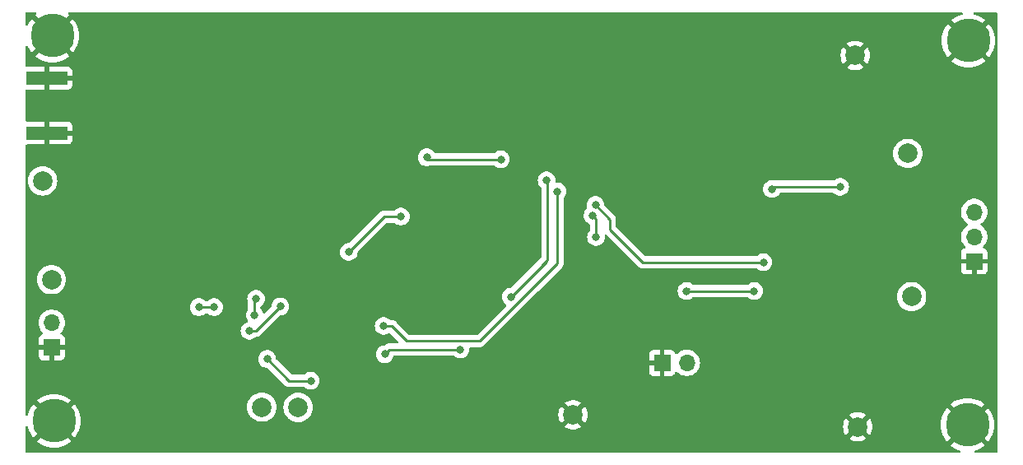
<source format=gbl>
%TF.GenerationSoftware,KiCad,Pcbnew,7.0.10-7.0.10~ubuntu22.04.1*%
%TF.CreationDate,2024-03-15T16:54:52-07:00*%
%TF.ProjectId,kiss_sdr_r1,6b697373-5f73-4647-925f-72312e6b6963,rev?*%
%TF.SameCoordinates,Original*%
%TF.FileFunction,Copper,L2,Bot*%
%TF.FilePolarity,Positive*%
%FSLAX46Y46*%
G04 Gerber Fmt 4.6, Leading zero omitted, Abs format (unit mm)*
G04 Created by KiCad (PCBNEW 7.0.10-7.0.10~ubuntu22.04.1) date 2024-03-15 16:54:52*
%MOMM*%
%LPD*%
G01*
G04 APERTURE LIST*
%TA.AperFunction,ComponentPad*%
%ADD10C,2.000000*%
%TD*%
%TA.AperFunction,ComponentPad*%
%ADD11C,4.500000*%
%TD*%
%TA.AperFunction,ComponentPad*%
%ADD12R,1.700000X1.700000*%
%TD*%
%TA.AperFunction,ComponentPad*%
%ADD13O,1.700000X1.700000*%
%TD*%
%TA.AperFunction,SMDPad,CuDef*%
%ADD14R,4.200000X1.350000*%
%TD*%
%TA.AperFunction,ViaPad*%
%ADD15C,0.800000*%
%TD*%
%TA.AperFunction,Conductor*%
%ADD16C,0.250000*%
%TD*%
G04 APERTURE END LIST*
D10*
%TO.P,CLK1,1,1*%
%TO.N,Net-(J3-Pin_2)*%
X84587000Y-104303700D03*
%TD*%
%TO.P,GND3,1,1*%
%TO.N,GND*%
X138241000Y-118210200D03*
%TD*%
%TO.P,GND2,1,1*%
%TO.N,GND*%
X167273200Y-81253200D03*
%TD*%
D11*
%TO.P,H2,1,1*%
%TO.N,GND*%
X84672400Y-79221200D03*
%TD*%
D10*
%TO.P,Q_CLK1,1,1*%
%TO.N,Net-(U3B-Q)*%
X109961600Y-117460900D03*
%TD*%
D11*
%TO.P,H3,1,1*%
%TO.N,GND*%
X178906400Y-79729200D03*
%TD*%
%TO.P,H4,1,1*%
%TO.N,GND*%
X84850200Y-118845200D03*
%TD*%
D10*
%TO.P,I_SIG1,1,1*%
%TO.N,Net-(C7-Pad1)*%
X172689550Y-91339700D03*
%TD*%
%TO.P,GND1,1,1*%
%TO.N,GND*%
X167527200Y-119454800D03*
%TD*%
D11*
%TO.P,H1,1,1*%
%TO.N,GND*%
X178830200Y-119251600D03*
%TD*%
D12*
%TO.P,J4,1,Pin_1*%
%TO.N,GND*%
X147410400Y-112873400D03*
D13*
%TO.P,J4,2,Pin_2*%
%TO.N,+5V*%
X149950400Y-112873400D03*
%TD*%
D12*
%TO.P,J2,1,Pin_1*%
%TO.N,GND*%
X179516000Y-102436800D03*
D13*
%TO.P,J2,2,Pin_2*%
%TO.N,Net-(J2-Pin_2)*%
X179516000Y-99896800D03*
%TO.P,J2,3,Pin_3*%
%TO.N,Net-(J2-Pin_3)*%
X179516000Y-97356800D03*
%TD*%
D10*
%TO.P,sig1,1,1*%
%TO.N,Net-(D1-K)*%
X83681800Y-94156400D03*
%TD*%
%TO.P,Q_SIG1,1,1*%
%TO.N,Net-(C18-Pad1)*%
X173070550Y-106071700D03*
%TD*%
D12*
%TO.P,J3,1,Pin_1*%
%TO.N,GND*%
X84612400Y-111293700D03*
D13*
%TO.P,J3,2,Pin_2*%
%TO.N,Net-(J3-Pin_2)*%
X84612400Y-108753700D03*
%TD*%
D10*
%TO.P,I_CLK1,1,1*%
%TO.N,Net-(U3A-~{Q})*%
X106227800Y-117422800D03*
%TD*%
D14*
%TO.P,J1,2,Ext*%
%TO.N,GND*%
X84139000Y-89234400D03*
X84139000Y-83584400D03*
%TD*%
D15*
%TO.N,GND*%
X150788600Y-87374600D03*
X151449000Y-106754800D03*
X158002200Y-89279600D03*
X94747000Y-113485800D03*
X151423600Y-103833800D03*
X129833600Y-104291000D03*
X158434000Y-96874200D03*
X152668200Y-117448200D03*
X156833800Y-91692600D03*
X88143000Y-117346600D03*
X100614400Y-114755800D03*
X89041200Y-80135600D03*
X168771800Y-104443400D03*
X100512800Y-111733200D03*
X161228000Y-99236400D03*
X111037600Y-102995600D03*
X119876800Y-83005800D03*
X94273600Y-96671000D03*
X148121600Y-99973000D03*
X124296400Y-100557200D03*
X110656600Y-97864800D03*
X87695000Y-99033200D03*
X147791400Y-78764000D03*
X95975400Y-97560000D03*
X148959800Y-117803800D03*
X116168400Y-104697400D03*
X172734200Y-114755800D03*
X170886150Y-100890100D03*
X144438600Y-88492200D03*
X116270000Y-81507200D03*
X93333800Y-118388000D03*
X126226800Y-94969200D03*
X130544800Y-95655000D03*
X138571200Y-104011600D03*
X179719200Y-111479200D03*
X175991550Y-88393300D03*
X101106200Y-80592800D03*
X143524200Y-110082200D03*
%TO.N,+5V*%
X115177800Y-101471600D03*
X123204200Y-91743400D03*
X130824200Y-91946600D03*
X120537200Y-97839400D03*
%TO.N,Net-(C4-Pad2)*%
X158713400Y-94994600D03*
X165723800Y-94766000D03*
%TO.N,Net-(U2-1B3)*%
X140603200Y-99947600D03*
X140247600Y-97721200D03*
%TO.N,Net-(U2-1B4)*%
X140552400Y-96645600D03*
X157824400Y-102538400D03*
%TO.N,Net-(U2-1B1)*%
X156884600Y-105484800D03*
X149925000Y-105484800D03*
%TO.N,Net-(U3A-C)*%
X101325600Y-107148500D03*
X99750800Y-107148500D03*
%TO.N,Net-(U3A-~{Q})*%
X106786600Y-112482500D03*
X111257000Y-114717700D03*
%TO.N,/CLK_RX_Q*%
X136640800Y-95248600D03*
X118759200Y-109091600D03*
%TO.N,/CLK_RX_I*%
X118886200Y-111987200D03*
X131840200Y-106094400D03*
X126658600Y-111504600D03*
X135523200Y-94105600D03*
%TO.N,Net-(U3A-D)*%
X105491200Y-107986700D03*
X105643600Y-106284900D03*
%TO.N,Net-(U3A-Q)*%
X104957800Y-109586900D03*
X108132800Y-107072300D03*
%TD*%
D16*
%TO.N,/CLK_RX_I*%
X118886200Y-111987200D02*
X119368800Y-111504600D01*
X119368800Y-111504600D02*
X126658600Y-111504600D01*
%TO.N,/CLK_RX_Q*%
X118759200Y-109091600D02*
X119572000Y-109091600D01*
X119572000Y-109091600D02*
X121121400Y-110641000D01*
X121121400Y-110641000D02*
X128639800Y-110641000D01*
X128639800Y-110641000D02*
X136640800Y-102640000D01*
X136640800Y-102640000D02*
X136640800Y-95248600D01*
%TO.N,Net-(U2-1B4)*%
X157824400Y-102538400D02*
X145429200Y-102538400D01*
X145429200Y-102538400D02*
X142025600Y-99134800D01*
X142025600Y-99134800D02*
X142025600Y-98118800D01*
X142025600Y-98118800D02*
X140552400Y-96645600D01*
%TO.N,Net-(U2-1B1)*%
X156884600Y-105484800D02*
X150077400Y-105484800D01*
X150128200Y-105281600D02*
X149925000Y-105484800D01*
%TO.N,Net-(U2-1B3)*%
X140603200Y-99947600D02*
X140603200Y-98076800D01*
X140603200Y-98076800D02*
X140247600Y-97721200D01*
%TO.N,Net-(C4-Pad2)*%
X165723800Y-94766000D02*
X158942000Y-94766000D01*
X158942000Y-94766000D02*
X158713400Y-94994600D01*
%TO.N,+5V*%
X120537200Y-97839400D02*
X118810000Y-97839400D01*
X123204200Y-91743400D02*
X123407400Y-91946600D01*
X118810000Y-97839400D02*
X115177800Y-101471600D01*
X123407400Y-91946600D02*
X130824200Y-91946600D01*
%TO.N,Net-(U3A-C)*%
X99750800Y-107148500D02*
X101325600Y-107148500D01*
%TO.N,Net-(U3A-~{Q})*%
X109021800Y-114717700D02*
X106786600Y-112482500D01*
X111257000Y-114717700D02*
X109021800Y-114717700D01*
%TO.N,/CLK_RX_I*%
X135624800Y-102309800D02*
X135624800Y-93877000D01*
X131840200Y-106094400D02*
X135523200Y-102411400D01*
X131840200Y-106094400D02*
X135472400Y-102462200D01*
X131840200Y-106094400D02*
X135624800Y-102309800D01*
%TO.N,Net-(U3A-D)*%
X105440400Y-107935900D02*
X105440400Y-106488100D01*
X105491200Y-107986700D02*
X105440400Y-107935900D01*
X105440400Y-106488100D02*
X105643600Y-106284900D01*
%TO.N,Net-(U3A-Q)*%
X104957800Y-109586900D02*
X105618200Y-109586900D01*
X105618200Y-109586900D02*
X108132800Y-107072300D01*
%TD*%
%TA.AperFunction,Conductor*%
%TO.N,GND*%
G36*
X178306836Y-76825185D02*
G01*
X178352591Y-76877989D01*
X178362535Y-76947147D01*
X178333510Y-77010703D01*
X178274732Y-77048477D01*
X178262149Y-77051469D01*
X178247070Y-77054232D01*
X177929471Y-77153199D01*
X177929456Y-77153205D01*
X177626080Y-77289743D01*
X177626078Y-77289745D01*
X177341368Y-77461857D01*
X177145815Y-77615062D01*
X178145026Y-78614273D01*
X178035322Y-78691090D01*
X177868290Y-78858122D01*
X177791473Y-78967826D01*
X176792262Y-77968615D01*
X176639057Y-78164168D01*
X176466945Y-78448878D01*
X176466943Y-78448880D01*
X176330405Y-78752256D01*
X176330399Y-78752271D01*
X176231432Y-79069870D01*
X176171460Y-79397123D01*
X176151374Y-79729200D01*
X176171460Y-80061276D01*
X176231432Y-80388529D01*
X176330399Y-80706128D01*
X176330405Y-80706143D01*
X176466943Y-81009519D01*
X176466945Y-81009521D01*
X176639057Y-81294231D01*
X176639062Y-81294239D01*
X176792262Y-81489783D01*
X177791473Y-80490572D01*
X177868290Y-80600278D01*
X178035322Y-80767310D01*
X178145026Y-80844125D01*
X177145815Y-81843336D01*
X177145815Y-81843337D01*
X177341360Y-81996537D01*
X177341368Y-81996542D01*
X177626078Y-82168654D01*
X177626080Y-82168656D01*
X177929456Y-82305194D01*
X177929471Y-82305200D01*
X178247070Y-82404167D01*
X178574323Y-82464139D01*
X178906400Y-82484225D01*
X179238476Y-82464139D01*
X179565729Y-82404167D01*
X179883328Y-82305200D01*
X179883343Y-82305194D01*
X180186719Y-82168656D01*
X180186721Y-82168654D01*
X180471430Y-81996543D01*
X180666983Y-81843337D01*
X180666983Y-81843336D01*
X179667773Y-80844126D01*
X179777478Y-80767310D01*
X179944510Y-80600278D01*
X180021326Y-80490573D01*
X181020536Y-81489783D01*
X181020537Y-81489783D01*
X181173743Y-81294230D01*
X181345854Y-81009521D01*
X181345856Y-81009519D01*
X181482394Y-80706143D01*
X181482400Y-80706128D01*
X181581367Y-80388529D01*
X181641339Y-80061276D01*
X181658526Y-79777140D01*
X181676054Y-79728518D01*
X181663323Y-79708707D01*
X181658526Y-79681259D01*
X181641339Y-79397123D01*
X181581367Y-79069870D01*
X181482400Y-78752271D01*
X181482394Y-78752256D01*
X181345856Y-78448880D01*
X181345854Y-78448878D01*
X181173742Y-78164168D01*
X181173737Y-78164160D01*
X181020536Y-77968615D01*
X180021325Y-78967826D01*
X179944510Y-78858122D01*
X179777478Y-78691090D01*
X179667772Y-78614273D01*
X180666983Y-77615062D01*
X180666983Y-77615061D01*
X180471439Y-77461862D01*
X180471431Y-77461857D01*
X180186721Y-77289745D01*
X180186719Y-77289743D01*
X179883343Y-77153205D01*
X179883328Y-77153199D01*
X179565729Y-77054232D01*
X179550651Y-77051469D01*
X179488258Y-77020022D01*
X179452771Y-76959836D01*
X179455457Y-76890018D01*
X179495462Y-76832735D01*
X179560087Y-76806175D01*
X179573003Y-76805500D01*
X181782300Y-76805500D01*
X181849339Y-76825185D01*
X181895094Y-76877989D01*
X181906300Y-76929500D01*
X181906300Y-79673772D01*
X181889199Y-79732010D01*
X181903169Y-79756939D01*
X181906300Y-79784627D01*
X181906300Y-122000500D01*
X181886615Y-122067539D01*
X181833811Y-122113294D01*
X181782300Y-122124500D01*
X179669074Y-122124500D01*
X179602035Y-122104815D01*
X179556280Y-122052011D01*
X179546336Y-121982853D01*
X179575361Y-121919297D01*
X179632184Y-121882115D01*
X179807128Y-121827600D01*
X179807143Y-121827594D01*
X180110519Y-121691056D01*
X180110521Y-121691054D01*
X180395230Y-121518943D01*
X180590783Y-121365737D01*
X180590783Y-121365736D01*
X179591573Y-120366526D01*
X179701278Y-120289710D01*
X179868310Y-120122678D01*
X179945126Y-120012973D01*
X180944336Y-121012183D01*
X180944337Y-121012183D01*
X181097543Y-120816630D01*
X181269654Y-120531921D01*
X181269656Y-120531919D01*
X181406194Y-120228543D01*
X181406200Y-120228528D01*
X181505167Y-119910929D01*
X181565139Y-119583676D01*
X181585225Y-119251600D01*
X181565139Y-118919523D01*
X181505167Y-118592270D01*
X181406200Y-118274671D01*
X181406194Y-118274656D01*
X181269656Y-117971280D01*
X181269654Y-117971278D01*
X181097542Y-117686568D01*
X181097537Y-117686560D01*
X180944336Y-117491015D01*
X179945125Y-118490226D01*
X179868310Y-118380522D01*
X179701278Y-118213490D01*
X179591572Y-118136673D01*
X180590783Y-117137462D01*
X180590783Y-117137461D01*
X180395239Y-116984262D01*
X180395231Y-116984257D01*
X180110521Y-116812145D01*
X180110519Y-116812143D01*
X179807143Y-116675605D01*
X179807128Y-116675599D01*
X179489529Y-116576632D01*
X179162276Y-116516660D01*
X178830200Y-116496574D01*
X178498123Y-116516660D01*
X178170870Y-116576632D01*
X177853271Y-116675599D01*
X177853256Y-116675605D01*
X177549880Y-116812143D01*
X177549878Y-116812145D01*
X177265168Y-116984257D01*
X177069615Y-117137462D01*
X178068826Y-118136673D01*
X177959122Y-118213490D01*
X177792090Y-118380522D01*
X177715273Y-118490226D01*
X176716062Y-117491015D01*
X176562857Y-117686568D01*
X176390745Y-117971278D01*
X176390743Y-117971280D01*
X176254205Y-118274656D01*
X176254199Y-118274671D01*
X176155232Y-118592270D01*
X176095260Y-118919523D01*
X176075174Y-119251600D01*
X176095260Y-119583676D01*
X176155232Y-119910929D01*
X176254199Y-120228528D01*
X176254205Y-120228543D01*
X176390743Y-120531919D01*
X176390745Y-120531921D01*
X176562857Y-120816631D01*
X176562862Y-120816639D01*
X176716062Y-121012183D01*
X177715273Y-120012972D01*
X177792090Y-120122678D01*
X177959122Y-120289710D01*
X178068826Y-120366525D01*
X177069615Y-121365736D01*
X177069615Y-121365737D01*
X177265160Y-121518937D01*
X177265168Y-121518942D01*
X177549878Y-121691054D01*
X177549880Y-121691056D01*
X177853256Y-121827594D01*
X177853271Y-121827600D01*
X178028216Y-121882115D01*
X178086364Y-121920852D01*
X178114338Y-121984877D01*
X178103256Y-122053863D01*
X178056638Y-122105906D01*
X177991326Y-122124500D01*
X82050500Y-122124500D01*
X81983461Y-122104815D01*
X81937706Y-122052011D01*
X81926500Y-122000500D01*
X81926500Y-119511803D01*
X81946185Y-119444764D01*
X81998989Y-119399009D01*
X82068147Y-119389065D01*
X82131703Y-119418090D01*
X82169477Y-119476868D01*
X82172469Y-119489451D01*
X82175232Y-119504529D01*
X82274199Y-119822128D01*
X82274205Y-119822143D01*
X82410743Y-120125519D01*
X82410745Y-120125521D01*
X82582857Y-120410231D01*
X82582862Y-120410239D01*
X82736062Y-120605783D01*
X83735273Y-119606572D01*
X83812090Y-119716278D01*
X83979122Y-119883310D01*
X84088826Y-119960125D01*
X83089615Y-120959336D01*
X83089615Y-120959337D01*
X83285160Y-121112537D01*
X83285168Y-121112542D01*
X83569878Y-121284654D01*
X83569880Y-121284656D01*
X83873256Y-121421194D01*
X83873271Y-121421200D01*
X84190870Y-121520167D01*
X84518123Y-121580139D01*
X84850200Y-121600225D01*
X85182276Y-121580139D01*
X85509529Y-121520167D01*
X85827128Y-121421200D01*
X85827143Y-121421194D01*
X86130519Y-121284656D01*
X86130521Y-121284654D01*
X86415230Y-121112543D01*
X86610783Y-120959337D01*
X86610783Y-120959336D01*
X85611573Y-119960126D01*
X85721278Y-119883310D01*
X85888310Y-119716278D01*
X85965126Y-119606573D01*
X86964336Y-120605783D01*
X86964337Y-120605783D01*
X87117543Y-120410230D01*
X87289654Y-120125521D01*
X87289656Y-120125519D01*
X87426194Y-119822143D01*
X87426200Y-119822128D01*
X87525167Y-119504529D01*
X87585139Y-119177276D01*
X87605225Y-118845200D01*
X87585139Y-118513123D01*
X87525167Y-118185870D01*
X87426200Y-117868271D01*
X87426194Y-117868256D01*
X87289656Y-117564880D01*
X87289654Y-117564878D01*
X87203765Y-117422800D01*
X104714635Y-117422800D01*
X104733265Y-117659514D01*
X104788695Y-117890395D01*
X104788695Y-117890397D01*
X104879557Y-118109759D01*
X104879559Y-118109762D01*
X105003620Y-118312210D01*
X105003621Y-118312213D01*
X105055876Y-118373396D01*
X105157831Y-118492769D01*
X105252965Y-118574021D01*
X105338386Y-118646978D01*
X105338388Y-118646978D01*
X105400562Y-118685079D01*
X105540837Y-118771040D01*
X105540840Y-118771042D01*
X105760203Y-118861904D01*
X105760204Y-118861904D01*
X105760206Y-118861905D01*
X105991089Y-118917335D01*
X106227800Y-118935965D01*
X106464511Y-118917335D01*
X106695394Y-118861905D01*
X106695396Y-118861904D01*
X106695397Y-118861904D01*
X106914759Y-118771042D01*
X106914760Y-118771041D01*
X106914763Y-118771040D01*
X107117216Y-118646976D01*
X107297769Y-118492769D01*
X107451976Y-118312216D01*
X107576040Y-118109763D01*
X107623280Y-117995716D01*
X107666904Y-117890397D01*
X107666904Y-117890396D01*
X107666905Y-117890394D01*
X107722335Y-117659511D01*
X107737966Y-117460900D01*
X108448435Y-117460900D01*
X108467065Y-117697614D01*
X108522495Y-117928495D01*
X108522495Y-117928497D01*
X108613357Y-118147859D01*
X108613359Y-118147862D01*
X108737420Y-118350310D01*
X108737421Y-118350313D01*
X108737424Y-118350316D01*
X108891631Y-118530869D01*
X108984140Y-118609879D01*
X109072186Y-118685078D01*
X109072188Y-118685078D01*
X109159249Y-118738430D01*
X109274637Y-118809140D01*
X109274640Y-118809142D01*
X109494003Y-118900004D01*
X109494004Y-118900004D01*
X109494006Y-118900005D01*
X109724889Y-118955435D01*
X109961600Y-118974065D01*
X110198311Y-118955435D01*
X110429194Y-118900005D01*
X110429196Y-118900004D01*
X110429197Y-118900004D01*
X110648559Y-118809142D01*
X110648560Y-118809141D01*
X110648563Y-118809140D01*
X110851016Y-118685076D01*
X111031569Y-118530869D01*
X111185776Y-118350316D01*
X111271637Y-118210205D01*
X136735859Y-118210205D01*
X136756385Y-118457929D01*
X136756387Y-118457938D01*
X136817412Y-118698917D01*
X136917266Y-118926564D01*
X137017564Y-119080082D01*
X137757923Y-118339723D01*
X137781507Y-118420044D01*
X137859239Y-118540998D01*
X137967900Y-118635152D01*
X138098685Y-118694880D01*
X138108466Y-118696286D01*
X137370942Y-119433809D01*
X137417768Y-119470255D01*
X137417770Y-119470256D01*
X137636385Y-119588564D01*
X137636396Y-119588569D01*
X137871506Y-119669283D01*
X138116707Y-119710200D01*
X138365293Y-119710200D01*
X138610493Y-119669283D01*
X138845603Y-119588569D01*
X138845614Y-119588564D01*
X139064228Y-119470257D01*
X139064231Y-119470255D01*
X139084081Y-119454805D01*
X166022059Y-119454805D01*
X166042585Y-119702529D01*
X166042587Y-119702538D01*
X166103612Y-119943517D01*
X166203466Y-120171164D01*
X166303764Y-120324682D01*
X167044123Y-119584323D01*
X167067707Y-119664644D01*
X167145439Y-119785598D01*
X167254100Y-119879752D01*
X167384885Y-119939480D01*
X167394666Y-119940886D01*
X166657142Y-120678409D01*
X166703968Y-120714855D01*
X166703970Y-120714856D01*
X166922585Y-120833164D01*
X166922596Y-120833169D01*
X167157706Y-120913883D01*
X167402907Y-120954800D01*
X167651493Y-120954800D01*
X167896693Y-120913883D01*
X168131803Y-120833169D01*
X168131814Y-120833164D01*
X168350428Y-120714857D01*
X168350431Y-120714855D01*
X168397256Y-120678409D01*
X167659733Y-119940886D01*
X167669515Y-119939480D01*
X167800300Y-119879752D01*
X167908961Y-119785598D01*
X167986693Y-119664644D01*
X168010276Y-119584324D01*
X168750634Y-120324682D01*
X168850931Y-120171169D01*
X168950787Y-119943517D01*
X169011812Y-119702538D01*
X169011814Y-119702529D01*
X169032341Y-119454805D01*
X169032341Y-119454794D01*
X169011814Y-119207070D01*
X169011812Y-119207061D01*
X168950787Y-118966082D01*
X168850931Y-118738430D01*
X168750634Y-118584916D01*
X168010276Y-119325275D01*
X167986693Y-119244956D01*
X167908961Y-119124002D01*
X167800300Y-119029848D01*
X167669515Y-118970120D01*
X167659734Y-118968713D01*
X168397257Y-118231190D01*
X168397256Y-118231189D01*
X168350429Y-118194743D01*
X168131814Y-118076435D01*
X168131803Y-118076430D01*
X167896693Y-117995716D01*
X167651493Y-117954800D01*
X167402907Y-117954800D01*
X167157706Y-117995716D01*
X166922596Y-118076430D01*
X166922590Y-118076432D01*
X166703961Y-118194749D01*
X166657142Y-118231188D01*
X166657142Y-118231190D01*
X167394666Y-118968713D01*
X167384885Y-118970120D01*
X167254100Y-119029848D01*
X167145439Y-119124002D01*
X167067707Y-119244956D01*
X167044123Y-119325275D01*
X166303764Y-118584916D01*
X166203467Y-118738432D01*
X166103612Y-118966082D01*
X166042587Y-119207061D01*
X166042585Y-119207070D01*
X166022059Y-119454794D01*
X166022059Y-119454805D01*
X139084081Y-119454805D01*
X139111056Y-119433809D01*
X138373533Y-118696286D01*
X138383315Y-118694880D01*
X138514100Y-118635152D01*
X138622761Y-118540998D01*
X138700493Y-118420044D01*
X138724076Y-118339724D01*
X139464434Y-119080082D01*
X139564731Y-118926569D01*
X139664587Y-118698917D01*
X139725612Y-118457938D01*
X139725614Y-118457929D01*
X139746141Y-118210205D01*
X139746141Y-118210194D01*
X139725614Y-117962470D01*
X139725612Y-117962461D01*
X139664587Y-117721482D01*
X139564731Y-117493830D01*
X139464434Y-117340316D01*
X138724076Y-118080675D01*
X138700493Y-118000356D01*
X138622761Y-117879402D01*
X138514100Y-117785248D01*
X138383315Y-117725520D01*
X138373534Y-117724113D01*
X139111057Y-116986590D01*
X139111056Y-116986589D01*
X139064229Y-116950143D01*
X138845614Y-116831835D01*
X138845603Y-116831830D01*
X138610493Y-116751116D01*
X138365293Y-116710200D01*
X138116707Y-116710200D01*
X137871506Y-116751116D01*
X137636396Y-116831830D01*
X137636390Y-116831832D01*
X137417761Y-116950149D01*
X137370942Y-116986588D01*
X137370942Y-116986590D01*
X138108466Y-117724113D01*
X138098685Y-117725520D01*
X137967900Y-117785248D01*
X137859239Y-117879402D01*
X137781507Y-118000356D01*
X137757923Y-118080675D01*
X137017564Y-117340316D01*
X136917267Y-117493832D01*
X136817412Y-117721482D01*
X136756387Y-117962461D01*
X136756385Y-117962470D01*
X136735859Y-118210194D01*
X136735859Y-118210205D01*
X111271637Y-118210205D01*
X111309840Y-118147863D01*
X111325622Y-118109763D01*
X111400704Y-117928497D01*
X111400704Y-117928496D01*
X111400705Y-117928494D01*
X111456135Y-117697611D01*
X111474765Y-117460900D01*
X111456135Y-117224189D01*
X111400705Y-116993306D01*
X111400704Y-116993303D01*
X111400704Y-116993302D01*
X111309842Y-116773940D01*
X111309840Y-116773937D01*
X111185779Y-116571489D01*
X111185778Y-116571486D01*
X111121797Y-116496574D01*
X111031569Y-116390931D01*
X110912196Y-116288976D01*
X110851013Y-116236721D01*
X110851010Y-116236720D01*
X110648562Y-116112659D01*
X110648559Y-116112657D01*
X110429196Y-116021795D01*
X110198314Y-115966365D01*
X109961600Y-115947735D01*
X109724885Y-115966365D01*
X109494004Y-116021795D01*
X109494002Y-116021795D01*
X109274640Y-116112657D01*
X109274637Y-116112659D01*
X109072189Y-116236720D01*
X109072186Y-116236721D01*
X108891631Y-116390931D01*
X108737421Y-116571486D01*
X108737420Y-116571489D01*
X108613359Y-116773937D01*
X108613357Y-116773940D01*
X108522495Y-116993302D01*
X108522495Y-116993304D01*
X108467065Y-117224185D01*
X108448435Y-117460900D01*
X107737966Y-117460900D01*
X107740965Y-117422800D01*
X107722335Y-117186089D01*
X107666905Y-116955206D01*
X107666904Y-116955203D01*
X107666904Y-116955202D01*
X107576042Y-116735840D01*
X107576040Y-116735837D01*
X107479229Y-116577857D01*
X107451978Y-116533388D01*
X107451978Y-116533386D01*
X107417140Y-116492597D01*
X107297769Y-116352831D01*
X107161821Y-116236720D01*
X107117213Y-116198621D01*
X107117210Y-116198620D01*
X106914762Y-116074559D01*
X106914759Y-116074557D01*
X106695396Y-115983695D01*
X106464514Y-115928265D01*
X106227800Y-115909635D01*
X105991085Y-115928265D01*
X105760204Y-115983695D01*
X105760202Y-115983695D01*
X105540840Y-116074557D01*
X105540837Y-116074559D01*
X105338389Y-116198620D01*
X105338386Y-116198621D01*
X105157831Y-116352831D01*
X105003621Y-116533386D01*
X105003620Y-116533389D01*
X104879559Y-116735837D01*
X104879557Y-116735840D01*
X104788695Y-116955202D01*
X104788695Y-116955204D01*
X104733265Y-117186085D01*
X104714635Y-117422800D01*
X87203765Y-117422800D01*
X87117542Y-117280168D01*
X87117537Y-117280160D01*
X86964336Y-117084615D01*
X85965125Y-118083826D01*
X85888310Y-117974122D01*
X85721278Y-117807090D01*
X85611572Y-117730273D01*
X86610783Y-116731062D01*
X86610783Y-116731061D01*
X86415239Y-116577862D01*
X86415231Y-116577857D01*
X86130521Y-116405745D01*
X86130519Y-116405743D01*
X85827143Y-116269205D01*
X85827128Y-116269199D01*
X85509529Y-116170232D01*
X85182276Y-116110260D01*
X84850200Y-116090174D01*
X84518123Y-116110260D01*
X84190870Y-116170232D01*
X83873271Y-116269199D01*
X83873256Y-116269205D01*
X83569880Y-116405743D01*
X83569878Y-116405745D01*
X83285168Y-116577857D01*
X83089615Y-116731062D01*
X84088826Y-117730273D01*
X83979122Y-117807090D01*
X83812090Y-117974122D01*
X83735273Y-118083826D01*
X82736062Y-117084615D01*
X82582857Y-117280168D01*
X82410745Y-117564878D01*
X82410743Y-117564880D01*
X82274205Y-117868256D01*
X82274199Y-117868271D01*
X82175232Y-118185869D01*
X82172469Y-118200949D01*
X82141022Y-118263342D01*
X82080835Y-118298828D01*
X82011017Y-118296142D01*
X81953734Y-118256136D01*
X81927174Y-118191511D01*
X81926500Y-118178596D01*
X81926500Y-108753705D01*
X83249244Y-108753705D01*
X83267834Y-108978059D01*
X83267836Y-108978071D01*
X83323103Y-109196314D01*
X83413540Y-109402492D01*
X83453174Y-109463156D01*
X83536678Y-109590968D01*
X83688107Y-109755462D01*
X83719029Y-109818115D01*
X83711169Y-109887541D01*
X83667022Y-109941697D01*
X83640211Y-109955626D01*
X83520312Y-110000346D01*
X83520306Y-110000349D01*
X83405212Y-110086509D01*
X83405209Y-110086512D01*
X83319049Y-110201606D01*
X83319045Y-110201613D01*
X83268803Y-110336320D01*
X83268801Y-110336327D01*
X83262400Y-110395855D01*
X83262400Y-111043700D01*
X84178714Y-111043700D01*
X84152907Y-111083856D01*
X84112400Y-111221811D01*
X84112400Y-111365589D01*
X84152907Y-111503544D01*
X84178714Y-111543700D01*
X83262400Y-111543700D01*
X83262400Y-112191544D01*
X83268801Y-112251072D01*
X83268803Y-112251079D01*
X83319045Y-112385786D01*
X83319049Y-112385793D01*
X83405209Y-112500887D01*
X83405212Y-112500890D01*
X83520306Y-112587050D01*
X83520313Y-112587054D01*
X83655020Y-112637296D01*
X83655027Y-112637298D01*
X83714555Y-112643699D01*
X83714572Y-112643700D01*
X84362400Y-112643700D01*
X84362400Y-111729201D01*
X84470085Y-111778380D01*
X84576637Y-111793700D01*
X84648163Y-111793700D01*
X84754715Y-111778380D01*
X84862400Y-111729201D01*
X84862400Y-112643700D01*
X85510228Y-112643700D01*
X85510244Y-112643699D01*
X85569772Y-112637298D01*
X85569779Y-112637296D01*
X85704486Y-112587054D01*
X85704493Y-112587050D01*
X85819587Y-112500890D01*
X85819590Y-112500887D01*
X85833355Y-112482500D01*
X105873096Y-112482500D01*
X105893058Y-112672428D01*
X105893059Y-112672431D01*
X105952070Y-112854049D01*
X105952073Y-112854056D01*
X106047560Y-113019444D01*
X106175347Y-113161366D01*
X106329848Y-113273618D01*
X106504312Y-113351294D01*
X106691113Y-113391000D01*
X106747834Y-113391000D01*
X106814873Y-113410685D01*
X106835515Y-113427319D01*
X108514710Y-115106514D01*
X108524616Y-115118878D01*
X108524826Y-115118705D01*
X108529797Y-115124713D01*
X108529800Y-115124718D01*
X108579501Y-115171390D01*
X108582265Y-115174069D01*
X108602030Y-115193834D01*
X108605304Y-115196373D01*
X108614170Y-115203947D01*
X108646478Y-115234286D01*
X108664367Y-115244120D01*
X108680633Y-115254804D01*
X108696759Y-115267313D01*
X108737416Y-115284907D01*
X108747907Y-115290046D01*
X108786740Y-115311395D01*
X108806518Y-115316473D01*
X108824919Y-115322773D01*
X108843655Y-115330881D01*
X108887430Y-115337813D01*
X108898845Y-115340178D01*
X108941770Y-115351200D01*
X108962184Y-115351200D01*
X108981583Y-115352727D01*
X109001743Y-115355920D01*
X109045857Y-115351750D01*
X109057526Y-115351200D01*
X110549691Y-115351200D01*
X110616730Y-115370885D01*
X110641840Y-115392227D01*
X110645747Y-115396566D01*
X110800248Y-115508818D01*
X110974712Y-115586494D01*
X111161513Y-115626200D01*
X111352487Y-115626200D01*
X111539288Y-115586494D01*
X111713752Y-115508818D01*
X111868253Y-115396566D01*
X111996040Y-115254644D01*
X112091527Y-115089256D01*
X112150542Y-114907628D01*
X112170504Y-114717700D01*
X112150542Y-114527772D01*
X112091527Y-114346144D01*
X111996040Y-114180756D01*
X111868253Y-114038834D01*
X111713752Y-113926582D01*
X111539288Y-113848906D01*
X111539286Y-113848905D01*
X111352487Y-113809200D01*
X111161513Y-113809200D01*
X110974714Y-113848905D01*
X110800246Y-113926583D01*
X110645745Y-114038835D01*
X110641840Y-114043173D01*
X110582354Y-114079821D01*
X110549691Y-114084200D01*
X109335566Y-114084200D01*
X109268527Y-114064515D01*
X109247885Y-114047881D01*
X108971248Y-113771244D01*
X146060400Y-113771244D01*
X146066801Y-113830772D01*
X146066803Y-113830779D01*
X146117045Y-113965486D01*
X146117049Y-113965493D01*
X146203209Y-114080587D01*
X146203212Y-114080590D01*
X146318306Y-114166750D01*
X146318313Y-114166754D01*
X146453020Y-114216996D01*
X146453027Y-114216998D01*
X146512555Y-114223399D01*
X146512572Y-114223400D01*
X147160400Y-114223400D01*
X147160400Y-113308901D01*
X147268085Y-113358080D01*
X147374637Y-113373400D01*
X147446163Y-113373400D01*
X147552715Y-113358080D01*
X147660400Y-113308901D01*
X147660400Y-114223400D01*
X148308228Y-114223400D01*
X148308244Y-114223399D01*
X148367772Y-114216998D01*
X148367779Y-114216996D01*
X148502486Y-114166754D01*
X148502493Y-114166750D01*
X148617587Y-114080590D01*
X148617590Y-114080587D01*
X148703750Y-113965493D01*
X148703754Y-113965486D01*
X148750081Y-113841277D01*
X148791952Y-113785343D01*
X148857416Y-113760926D01*
X148925689Y-113775777D01*
X148957489Y-113800623D01*
X149027160Y-113876306D01*
X149204824Y-114014589D01*
X149204825Y-114014589D01*
X149204827Y-114014591D01*
X149266342Y-114047881D01*
X149402826Y-114121742D01*
X149615765Y-114194844D01*
X149837831Y-114231900D01*
X150062969Y-114231900D01*
X150285035Y-114194844D01*
X150497974Y-114121742D01*
X150695976Y-114014589D01*
X150873640Y-113876306D01*
X151026122Y-113710668D01*
X151149260Y-113522191D01*
X151239696Y-113316016D01*
X151294964Y-113097768D01*
X151296168Y-113083244D01*
X151313556Y-112873405D01*
X151313556Y-112873394D01*
X151294965Y-112649040D01*
X151294963Y-112649028D01*
X151257449Y-112500890D01*
X151239696Y-112430784D01*
X151149260Y-112224609D01*
X151127646Y-112191527D01*
X151029658Y-112041544D01*
X151026122Y-112036132D01*
X151026119Y-112036129D01*
X151026115Y-112036123D01*
X150873643Y-111870497D01*
X150873638Y-111870492D01*
X150695977Y-111732212D01*
X150695972Y-111732208D01*
X150497980Y-111625061D01*
X150497977Y-111625059D01*
X150497974Y-111625058D01*
X150497971Y-111625057D01*
X150497969Y-111625056D01*
X150285037Y-111551956D01*
X150062969Y-111514900D01*
X149837831Y-111514900D01*
X149615762Y-111551956D01*
X149402830Y-111625056D01*
X149402819Y-111625061D01*
X149204827Y-111732208D01*
X149204822Y-111732212D01*
X149027161Y-111870492D01*
X148957492Y-111946173D01*
X148897605Y-111982163D01*
X148827767Y-111980062D01*
X148770151Y-111940537D01*
X148750081Y-111905522D01*
X148703754Y-111781313D01*
X148703750Y-111781306D01*
X148617590Y-111666212D01*
X148617587Y-111666209D01*
X148502493Y-111580049D01*
X148502486Y-111580045D01*
X148367779Y-111529803D01*
X148367772Y-111529801D01*
X148308244Y-111523400D01*
X147660400Y-111523400D01*
X147660400Y-112437898D01*
X147552715Y-112388720D01*
X147446163Y-112373400D01*
X147374637Y-112373400D01*
X147268085Y-112388720D01*
X147160400Y-112437898D01*
X147160400Y-111523400D01*
X146512555Y-111523400D01*
X146453027Y-111529801D01*
X146453020Y-111529803D01*
X146318313Y-111580045D01*
X146318306Y-111580049D01*
X146203212Y-111666209D01*
X146203209Y-111666212D01*
X146117049Y-111781306D01*
X146117045Y-111781313D01*
X146066803Y-111916020D01*
X146066801Y-111916027D01*
X146060400Y-111975555D01*
X146060400Y-112623400D01*
X146976714Y-112623400D01*
X146950907Y-112663556D01*
X146910400Y-112801511D01*
X146910400Y-112945289D01*
X146950907Y-113083244D01*
X146976714Y-113123400D01*
X146060400Y-113123400D01*
X146060400Y-113771244D01*
X108971248Y-113771244D01*
X107733220Y-112533215D01*
X107699735Y-112471892D01*
X107697582Y-112458512D01*
X107680142Y-112292572D01*
X107621127Y-112110944D01*
X107525640Y-111945556D01*
X107397853Y-111803634D01*
X107243352Y-111691382D01*
X107068888Y-111613706D01*
X107068886Y-111613705D01*
X106882087Y-111574000D01*
X106691113Y-111574000D01*
X106504314Y-111613705D01*
X106329846Y-111691383D01*
X106175345Y-111803635D01*
X106047559Y-111945557D01*
X105952073Y-112110943D01*
X105952070Y-112110950D01*
X105906542Y-112251072D01*
X105893058Y-112292572D01*
X105873096Y-112482500D01*
X85833355Y-112482500D01*
X85905750Y-112385793D01*
X85905754Y-112385786D01*
X85955996Y-112251079D01*
X85955998Y-112251072D01*
X85962399Y-112191544D01*
X85962400Y-112191527D01*
X85962400Y-111543700D01*
X85046086Y-111543700D01*
X85071893Y-111503544D01*
X85112400Y-111365589D01*
X85112400Y-111221811D01*
X85071893Y-111083856D01*
X85046086Y-111043700D01*
X85962400Y-111043700D01*
X85962400Y-110395872D01*
X85962399Y-110395855D01*
X85955998Y-110336327D01*
X85955996Y-110336320D01*
X85905754Y-110201613D01*
X85905750Y-110201606D01*
X85819590Y-110086512D01*
X85819587Y-110086509D01*
X85704493Y-110000349D01*
X85704488Y-110000346D01*
X85584588Y-109955626D01*
X85528655Y-109913754D01*
X85504238Y-109848290D01*
X85519090Y-109780017D01*
X85536686Y-109755469D01*
X85688122Y-109590968D01*
X85690780Y-109586900D01*
X104044296Y-109586900D01*
X104064258Y-109776828D01*
X104064259Y-109776831D01*
X104123270Y-109958449D01*
X104123273Y-109958456D01*
X104218760Y-110123844D01*
X104346547Y-110265766D01*
X104501048Y-110378018D01*
X104675512Y-110455694D01*
X104862313Y-110495400D01*
X105053287Y-110495400D01*
X105240088Y-110455694D01*
X105414552Y-110378018D01*
X105569053Y-110265766D01*
X105573143Y-110261222D01*
X105632627Y-110224570D01*
X105654197Y-110220985D01*
X105654185Y-110220890D01*
X105656651Y-110220578D01*
X105657525Y-110220433D01*
X105658038Y-110220400D01*
X105658056Y-110220400D01*
X105659843Y-110220173D01*
X105662149Y-110219883D01*
X105673808Y-110218964D01*
X105718089Y-110217573D01*
X105737681Y-110211880D01*
X105756738Y-110207932D01*
X105776997Y-110205374D01*
X105818206Y-110189057D01*
X105829243Y-110185279D01*
X105871793Y-110172918D01*
X105889365Y-110162525D01*
X105906832Y-110153968D01*
X105925817Y-110146452D01*
X105961661Y-110120408D01*
X105971430Y-110113992D01*
X105974460Y-110112200D01*
X106009562Y-110091442D01*
X106024002Y-110077000D01*
X106038792Y-110064370D01*
X106055307Y-110052372D01*
X106083559Y-110018219D01*
X106091403Y-110009599D01*
X107009403Y-109091600D01*
X117845696Y-109091600D01*
X117865658Y-109281528D01*
X117865659Y-109281531D01*
X117924670Y-109463149D01*
X117924673Y-109463156D01*
X118020160Y-109628544D01*
X118122490Y-109742194D01*
X118134435Y-109755460D01*
X118147947Y-109770466D01*
X118302448Y-109882718D01*
X118476912Y-109960394D01*
X118663713Y-110000100D01*
X118854687Y-110000100D01*
X119041488Y-109960394D01*
X119215952Y-109882718D01*
X119275801Y-109839234D01*
X119341605Y-109815754D01*
X119409659Y-109831578D01*
X119436367Y-109851871D01*
X120243915Y-110659419D01*
X120277400Y-110720742D01*
X120272416Y-110790434D01*
X120230544Y-110846367D01*
X120165080Y-110870784D01*
X120156234Y-110871100D01*
X119452429Y-110871100D01*
X119436686Y-110869361D01*
X119436661Y-110869633D01*
X119428893Y-110868898D01*
X119360801Y-110871039D01*
X119356906Y-110871100D01*
X119328943Y-110871100D01*
X119324831Y-110871619D01*
X119313202Y-110872534D01*
X119268911Y-110873926D01*
X119268908Y-110873927D01*
X119249305Y-110879622D01*
X119230259Y-110883566D01*
X119210003Y-110886126D01*
X119210001Y-110886126D01*
X119168807Y-110902435D01*
X119157764Y-110906216D01*
X119115204Y-110918582D01*
X119115203Y-110918583D01*
X119097624Y-110928978D01*
X119080164Y-110937532D01*
X119061184Y-110945047D01*
X119061182Y-110945048D01*
X119025345Y-110971085D01*
X119015585Y-110977496D01*
X118977438Y-111000056D01*
X118962996Y-111014498D01*
X118948208Y-111027127D01*
X118931697Y-111039123D01*
X118926011Y-111044464D01*
X118923781Y-111042090D01*
X118878275Y-111072840D01*
X118840607Y-111078700D01*
X118790713Y-111078700D01*
X118603914Y-111118405D01*
X118429446Y-111196083D01*
X118274945Y-111308335D01*
X118147159Y-111450257D01*
X118051673Y-111615643D01*
X118051670Y-111615650D01*
X117992659Y-111797268D01*
X117992658Y-111797272D01*
X117972696Y-111987200D01*
X117992658Y-112177128D01*
X117992659Y-112177131D01*
X118051670Y-112358749D01*
X118051673Y-112358756D01*
X118147160Y-112524144D01*
X118249042Y-112637296D01*
X118259609Y-112649032D01*
X118274947Y-112666066D01*
X118429448Y-112778318D01*
X118603912Y-112855994D01*
X118790713Y-112895700D01*
X118981687Y-112895700D01*
X119168488Y-112855994D01*
X119342952Y-112778318D01*
X119497453Y-112666066D01*
X119625240Y-112524144D01*
X119720727Y-112358756D01*
X119764583Y-112223781D01*
X119804020Y-112166106D01*
X119868379Y-112138908D01*
X119882514Y-112138100D01*
X125951291Y-112138100D01*
X126018330Y-112157785D01*
X126043440Y-112179127D01*
X126047347Y-112183466D01*
X126201848Y-112295718D01*
X126376312Y-112373394D01*
X126563113Y-112413100D01*
X126754087Y-112413100D01*
X126940888Y-112373394D01*
X127115352Y-112295718D01*
X127269853Y-112183466D01*
X127397640Y-112041544D01*
X127493127Y-111876156D01*
X127552142Y-111694528D01*
X127572104Y-111504600D01*
X127562314Y-111411458D01*
X127574883Y-111342732D01*
X127622615Y-111291708D01*
X127685635Y-111274500D01*
X128556166Y-111274500D01*
X128571913Y-111276238D01*
X128571939Y-111275968D01*
X128579705Y-111276701D01*
X128579709Y-111276702D01*
X128647817Y-111274560D01*
X128651713Y-111274500D01*
X128679658Y-111274500D01*
X128679660Y-111274499D01*
X128681062Y-111274322D01*
X128683749Y-111273983D01*
X128695408Y-111273064D01*
X128739689Y-111271673D01*
X128759281Y-111265980D01*
X128778338Y-111262032D01*
X128798597Y-111259474D01*
X128839806Y-111243157D01*
X128850843Y-111239379D01*
X128893393Y-111227018D01*
X128910965Y-111216625D01*
X128928432Y-111208068D01*
X128947417Y-111200552D01*
X128983261Y-111174508D01*
X128993030Y-111168092D01*
X129031162Y-111145542D01*
X129045602Y-111131100D01*
X129060392Y-111118470D01*
X129076907Y-111106472D01*
X129105159Y-111072319D01*
X129113003Y-111063699D01*
X134691902Y-105484800D01*
X149011496Y-105484800D01*
X149031458Y-105674728D01*
X149031459Y-105674731D01*
X149090470Y-105856349D01*
X149090473Y-105856356D01*
X149185960Y-106021744D01*
X149313747Y-106163666D01*
X149468248Y-106275918D01*
X149642712Y-106353594D01*
X149829513Y-106393300D01*
X150020487Y-106393300D01*
X150207288Y-106353594D01*
X150381752Y-106275918D01*
X150536253Y-106163666D01*
X150540160Y-106159327D01*
X150599646Y-106122679D01*
X150632309Y-106118300D01*
X156177291Y-106118300D01*
X156244330Y-106137985D01*
X156269440Y-106159327D01*
X156273347Y-106163666D01*
X156427848Y-106275918D01*
X156602312Y-106353594D01*
X156789113Y-106393300D01*
X156980087Y-106393300D01*
X157166888Y-106353594D01*
X157341352Y-106275918D01*
X157495853Y-106163666D01*
X157578659Y-106071700D01*
X171557385Y-106071700D01*
X171576015Y-106308414D01*
X171631445Y-106539295D01*
X171631445Y-106539297D01*
X171722307Y-106758659D01*
X171722309Y-106758662D01*
X171846370Y-106961110D01*
X171846371Y-106961113D01*
X171846374Y-106961116D01*
X172000581Y-107141669D01*
X172140347Y-107261040D01*
X172181136Y-107295878D01*
X172181139Y-107295879D01*
X172383587Y-107419940D01*
X172383590Y-107419942D01*
X172602953Y-107510804D01*
X172602954Y-107510804D01*
X172602956Y-107510805D01*
X172833839Y-107566235D01*
X173070550Y-107584865D01*
X173307261Y-107566235D01*
X173538144Y-107510805D01*
X173538146Y-107510804D01*
X173538147Y-107510804D01*
X173757509Y-107419942D01*
X173757510Y-107419941D01*
X173757513Y-107419940D01*
X173959966Y-107295876D01*
X174140519Y-107141669D01*
X174294726Y-106961116D01*
X174418790Y-106758663D01*
X174442779Y-106700750D01*
X174509654Y-106539297D01*
X174509654Y-106539296D01*
X174509655Y-106539294D01*
X174565085Y-106308411D01*
X174583715Y-106071700D01*
X174565085Y-105834989D01*
X174509655Y-105604106D01*
X174509654Y-105604103D01*
X174509654Y-105604102D01*
X174418792Y-105384740D01*
X174418790Y-105384737D01*
X174294729Y-105182289D01*
X174294728Y-105182286D01*
X174235759Y-105113243D01*
X174140519Y-105001731D01*
X174021146Y-104899776D01*
X173959963Y-104847521D01*
X173959960Y-104847520D01*
X173757512Y-104723459D01*
X173757509Y-104723457D01*
X173538146Y-104632595D01*
X173307264Y-104577165D01*
X173070550Y-104558535D01*
X172833835Y-104577165D01*
X172602954Y-104632595D01*
X172602952Y-104632595D01*
X172383590Y-104723457D01*
X172383587Y-104723459D01*
X172181139Y-104847520D01*
X172181136Y-104847521D01*
X172000581Y-105001731D01*
X171846371Y-105182286D01*
X171846370Y-105182289D01*
X171722309Y-105384737D01*
X171722307Y-105384740D01*
X171631445Y-105604102D01*
X171631445Y-105604104D01*
X171576015Y-105834985D01*
X171557385Y-106071700D01*
X157578659Y-106071700D01*
X157623640Y-106021744D01*
X157719127Y-105856356D01*
X157778142Y-105674728D01*
X157798104Y-105484800D01*
X157778142Y-105294872D01*
X157719127Y-105113244D01*
X157623640Y-104947856D01*
X157495853Y-104805934D01*
X157341352Y-104693682D01*
X157166888Y-104616006D01*
X157166886Y-104616005D01*
X156980087Y-104576300D01*
X156789113Y-104576300D01*
X156602314Y-104616005D01*
X156602312Y-104616006D01*
X156427853Y-104693680D01*
X156427846Y-104693683D01*
X156273345Y-104805935D01*
X156269440Y-104810273D01*
X156209954Y-104846921D01*
X156177291Y-104851300D01*
X150644921Y-104851300D01*
X150577882Y-104831615D01*
X150562918Y-104820314D01*
X150546608Y-104805935D01*
X150487110Y-104753480D01*
X150418621Y-104718583D01*
X150402043Y-104708424D01*
X150381752Y-104693682D01*
X150207288Y-104616006D01*
X150207286Y-104616005D01*
X150020487Y-104576300D01*
X149829513Y-104576300D01*
X149642714Y-104616005D01*
X149642712Y-104616006D01*
X149468253Y-104693680D01*
X149468246Y-104693683D01*
X149313745Y-104805935D01*
X149185959Y-104947857D01*
X149090473Y-105113243D01*
X149090470Y-105113250D01*
X149031459Y-105294868D01*
X149031458Y-105294872D01*
X149011496Y-105484800D01*
X134691902Y-105484800D01*
X137029615Y-103147087D01*
X137041980Y-103137183D01*
X137041806Y-103136973D01*
X137047812Y-103132003D01*
X137047818Y-103132000D01*
X137094506Y-103082280D01*
X137097155Y-103079547D01*
X137116935Y-103059769D01*
X137119470Y-103056499D01*
X137127059Y-103047615D01*
X137127583Y-103047056D01*
X137157386Y-103015321D01*
X137167220Y-102997429D01*
X137177903Y-102981167D01*
X137190414Y-102965041D01*
X137208007Y-102924381D01*
X137213150Y-102913885D01*
X137234493Y-102875064D01*
X137234493Y-102875063D01*
X137234495Y-102875060D01*
X137239574Y-102855273D01*
X137245870Y-102836885D01*
X137253981Y-102818145D01*
X137260913Y-102774372D01*
X137263278Y-102762953D01*
X137274300Y-102720030D01*
X137274300Y-102699615D01*
X137275827Y-102680214D01*
X137279020Y-102660057D01*
X137274850Y-102615942D01*
X137274300Y-102604273D01*
X137274300Y-97721200D01*
X139334096Y-97721200D01*
X139354058Y-97911128D01*
X139354059Y-97911131D01*
X139413070Y-98092749D01*
X139413073Y-98092756D01*
X139508560Y-98258144D01*
X139636347Y-98400066D01*
X139790848Y-98512318D01*
X139896136Y-98559195D01*
X139949372Y-98604444D01*
X139969694Y-98671293D01*
X139969700Y-98672474D01*
X139969700Y-99245841D01*
X139950015Y-99312880D01*
X139937850Y-99328813D01*
X139864163Y-99410650D01*
X139864158Y-99410657D01*
X139768673Y-99576043D01*
X139768670Y-99576050D01*
X139722092Y-99719403D01*
X139709658Y-99757672D01*
X139689696Y-99947600D01*
X139709658Y-100137528D01*
X139709659Y-100137531D01*
X139768670Y-100319149D01*
X139768673Y-100319156D01*
X139864160Y-100484544D01*
X139991947Y-100626466D01*
X140146448Y-100738718D01*
X140320912Y-100816394D01*
X140507713Y-100856100D01*
X140698687Y-100856100D01*
X140885488Y-100816394D01*
X141059952Y-100738718D01*
X141214453Y-100626466D01*
X141342240Y-100484544D01*
X141437727Y-100319156D01*
X141496742Y-100137528D01*
X141516704Y-99947600D01*
X141503297Y-99820043D01*
X141515866Y-99751316D01*
X141563598Y-99700292D01*
X141631339Y-99683174D01*
X141697580Y-99705396D01*
X141714299Y-99719403D01*
X144922110Y-102927214D01*
X144932016Y-102939578D01*
X144932226Y-102939405D01*
X144937197Y-102945413D01*
X144937200Y-102945418D01*
X144986901Y-102992090D01*
X144989665Y-102994769D01*
X145009430Y-103014534D01*
X145012704Y-103017073D01*
X145021570Y-103024647D01*
X145053878Y-103054986D01*
X145071767Y-103064820D01*
X145088031Y-103075503D01*
X145093215Y-103079524D01*
X145104159Y-103088013D01*
X145144816Y-103105607D01*
X145155307Y-103110746D01*
X145194140Y-103132095D01*
X145213918Y-103137173D01*
X145232319Y-103143473D01*
X145251055Y-103151581D01*
X145294830Y-103158513D01*
X145306245Y-103160878D01*
X145349170Y-103171900D01*
X145369584Y-103171900D01*
X145388983Y-103173427D01*
X145409143Y-103176620D01*
X145453257Y-103172450D01*
X145464926Y-103171900D01*
X157117091Y-103171900D01*
X157184130Y-103191585D01*
X157209240Y-103212927D01*
X157213147Y-103217266D01*
X157367648Y-103329518D01*
X157542112Y-103407194D01*
X157728913Y-103446900D01*
X157919887Y-103446900D01*
X158106688Y-103407194D01*
X158281152Y-103329518D01*
X158435653Y-103217266D01*
X158563440Y-103075344D01*
X158658927Y-102909956D01*
X158717942Y-102728328D01*
X158737904Y-102538400D01*
X158717942Y-102348472D01*
X158658927Y-102166844D01*
X158563440Y-102001456D01*
X158435653Y-101859534D01*
X158281152Y-101747282D01*
X158106688Y-101669606D01*
X158106686Y-101669605D01*
X157919887Y-101629900D01*
X157728913Y-101629900D01*
X157542114Y-101669605D01*
X157367646Y-101747283D01*
X157213145Y-101859535D01*
X157209240Y-101863873D01*
X157149754Y-101900521D01*
X157117091Y-101904900D01*
X145742967Y-101904900D01*
X145675928Y-101885215D01*
X145655286Y-101868581D01*
X143683510Y-99896805D01*
X178152844Y-99896805D01*
X178171434Y-100121159D01*
X178171436Y-100121171D01*
X178226703Y-100339414D01*
X178317140Y-100545592D01*
X178405269Y-100680483D01*
X178440278Y-100734068D01*
X178591707Y-100898562D01*
X178622629Y-100961215D01*
X178614769Y-101030641D01*
X178570622Y-101084797D01*
X178543811Y-101098726D01*
X178423912Y-101143446D01*
X178423906Y-101143449D01*
X178308812Y-101229609D01*
X178308809Y-101229612D01*
X178222649Y-101344706D01*
X178222645Y-101344713D01*
X178172403Y-101479420D01*
X178172401Y-101479427D01*
X178166000Y-101538955D01*
X178166000Y-102186800D01*
X179082314Y-102186800D01*
X179056507Y-102226956D01*
X179016000Y-102364911D01*
X179016000Y-102508689D01*
X179056507Y-102646644D01*
X179082314Y-102686800D01*
X178166000Y-102686800D01*
X178166000Y-103334644D01*
X178172401Y-103394172D01*
X178172403Y-103394179D01*
X178222645Y-103528886D01*
X178222649Y-103528893D01*
X178308809Y-103643987D01*
X178308812Y-103643990D01*
X178423906Y-103730150D01*
X178423913Y-103730154D01*
X178558620Y-103780396D01*
X178558627Y-103780398D01*
X178618155Y-103786799D01*
X178618172Y-103786800D01*
X179266000Y-103786800D01*
X179266000Y-102872301D01*
X179373685Y-102921480D01*
X179480237Y-102936800D01*
X179551763Y-102936800D01*
X179658315Y-102921480D01*
X179766000Y-102872301D01*
X179766000Y-103786800D01*
X180413828Y-103786800D01*
X180413844Y-103786799D01*
X180473372Y-103780398D01*
X180473379Y-103780396D01*
X180608086Y-103730154D01*
X180608093Y-103730150D01*
X180723187Y-103643990D01*
X180723190Y-103643987D01*
X180809350Y-103528893D01*
X180809354Y-103528886D01*
X180859596Y-103394179D01*
X180859598Y-103394172D01*
X180865999Y-103334644D01*
X180866000Y-103334627D01*
X180866000Y-102686800D01*
X179949686Y-102686800D01*
X179975493Y-102646644D01*
X180016000Y-102508689D01*
X180016000Y-102364911D01*
X179975493Y-102226956D01*
X179949686Y-102186800D01*
X180866000Y-102186800D01*
X180866000Y-101538972D01*
X180865999Y-101538955D01*
X180859598Y-101479427D01*
X180859596Y-101479420D01*
X180809354Y-101344713D01*
X180809350Y-101344706D01*
X180723190Y-101229612D01*
X180723187Y-101229609D01*
X180608093Y-101143449D01*
X180608088Y-101143446D01*
X180488188Y-101098726D01*
X180432255Y-101056854D01*
X180407838Y-100991390D01*
X180422690Y-100923117D01*
X180440286Y-100898569D01*
X180591722Y-100734068D01*
X180714860Y-100545591D01*
X180805296Y-100339416D01*
X180860564Y-100121168D01*
X180879156Y-99896800D01*
X180867627Y-99757672D01*
X180860565Y-99672440D01*
X180860563Y-99672428D01*
X180836155Y-99576043D01*
X180805296Y-99454184D01*
X180714860Y-99248009D01*
X180591722Y-99059532D01*
X180591719Y-99059529D01*
X180591715Y-99059523D01*
X180439243Y-98893897D01*
X180439238Y-98893892D01*
X180261577Y-98755612D01*
X180261578Y-98755612D01*
X180261576Y-98755611D01*
X180225070Y-98735855D01*
X180175479Y-98686636D01*
X180160371Y-98618419D01*
X180184541Y-98552864D01*
X180225070Y-98517745D01*
X180235098Y-98512318D01*
X180261576Y-98497989D01*
X180439240Y-98359706D01*
X180562507Y-98225804D01*
X180591715Y-98194076D01*
X180591716Y-98194074D01*
X180591722Y-98194068D01*
X180714860Y-98005591D01*
X180805296Y-97799416D01*
X180860564Y-97581168D01*
X180869954Y-97467850D01*
X180879156Y-97356805D01*
X180879156Y-97356794D01*
X180860565Y-97132440D01*
X180860563Y-97132428D01*
X180857876Y-97121818D01*
X180805296Y-96914184D01*
X180714860Y-96708009D01*
X180591722Y-96519532D01*
X180591719Y-96519529D01*
X180591715Y-96519523D01*
X180439243Y-96353897D01*
X180439238Y-96353892D01*
X180261577Y-96215612D01*
X180261572Y-96215608D01*
X180063580Y-96108461D01*
X180063577Y-96108459D01*
X180063574Y-96108458D01*
X180063571Y-96108457D01*
X180063569Y-96108456D01*
X179850637Y-96035356D01*
X179628569Y-95998300D01*
X179403431Y-95998300D01*
X179181362Y-96035356D01*
X178968430Y-96108456D01*
X178968419Y-96108461D01*
X178770427Y-96215608D01*
X178770422Y-96215612D01*
X178592761Y-96353892D01*
X178592756Y-96353897D01*
X178440284Y-96519523D01*
X178440276Y-96519534D01*
X178317140Y-96708007D01*
X178226703Y-96914185D01*
X178171436Y-97132428D01*
X178171434Y-97132440D01*
X178152844Y-97356794D01*
X178152844Y-97356805D01*
X178171434Y-97581159D01*
X178171436Y-97581171D01*
X178226703Y-97799414D01*
X178317140Y-98005592D01*
X178440276Y-98194065D01*
X178440284Y-98194076D01*
X178592756Y-98359702D01*
X178592760Y-98359706D01*
X178770424Y-98497989D01*
X178770429Y-98497991D01*
X178770431Y-98497993D01*
X178806930Y-98517746D01*
X178856520Y-98566965D01*
X178871628Y-98635182D01*
X178847457Y-98700737D01*
X178806930Y-98735854D01*
X178770431Y-98755606D01*
X178770422Y-98755612D01*
X178592761Y-98893892D01*
X178592756Y-98893897D01*
X178440284Y-99059523D01*
X178440276Y-99059534D01*
X178317140Y-99248007D01*
X178226703Y-99454185D01*
X178171436Y-99672428D01*
X178171434Y-99672440D01*
X178152844Y-99896794D01*
X178152844Y-99896805D01*
X143683510Y-99896805D01*
X142695419Y-98908714D01*
X142661934Y-98847391D01*
X142659100Y-98821033D01*
X142659100Y-98202426D01*
X142660838Y-98186681D01*
X142660567Y-98186656D01*
X142661301Y-98178893D01*
X142659161Y-98110799D01*
X142659100Y-98106904D01*
X142659100Y-98078950D01*
X142659100Y-98078944D01*
X142658580Y-98074831D01*
X142657664Y-98063189D01*
X142656273Y-98018909D01*
X142654048Y-98011255D01*
X142650577Y-97999308D01*
X142646632Y-97980257D01*
X142644074Y-97960003D01*
X142627765Y-97918811D01*
X142623980Y-97907758D01*
X142611618Y-97865206D01*
X142601225Y-97847633D01*
X142592663Y-97830155D01*
X142585152Y-97811183D01*
X142585150Y-97811180D01*
X142585149Y-97811178D01*
X142559112Y-97775341D01*
X142552698Y-97765578D01*
X142551987Y-97764377D01*
X142530142Y-97727437D01*
X142515708Y-97713003D01*
X142503069Y-97698206D01*
X142491071Y-97681692D01*
X142456936Y-97653453D01*
X142448296Y-97645591D01*
X141499020Y-96696315D01*
X141465535Y-96634992D01*
X141463382Y-96621612D01*
X141445942Y-96455672D01*
X141386927Y-96274044D01*
X141291440Y-96108656D01*
X141163653Y-95966734D01*
X141009152Y-95854482D01*
X140834688Y-95776806D01*
X140834686Y-95776805D01*
X140647887Y-95737100D01*
X140456913Y-95737100D01*
X140270114Y-95776805D01*
X140095646Y-95854483D01*
X139941145Y-95966735D01*
X139813359Y-96108657D01*
X139717873Y-96274043D01*
X139717870Y-96274050D01*
X139658859Y-96455668D01*
X139658858Y-96455672D01*
X139638896Y-96645600D01*
X139658858Y-96835528D01*
X139658859Y-96835531D01*
X139681081Y-96903924D01*
X139683076Y-96973765D01*
X139646995Y-97033598D01*
X139636691Y-97042023D01*
X139636346Y-97042334D01*
X139508559Y-97184257D01*
X139413073Y-97349643D01*
X139413070Y-97349650D01*
X139374667Y-97467844D01*
X139354058Y-97531272D01*
X139334096Y-97721200D01*
X137274300Y-97721200D01*
X137274300Y-95950356D01*
X137293985Y-95883317D01*
X137306146Y-95867388D01*
X137379840Y-95785544D01*
X137475327Y-95620156D01*
X137534342Y-95438528D01*
X137554304Y-95248600D01*
X137534342Y-95058672D01*
X137513524Y-94994600D01*
X157799896Y-94994600D01*
X157819858Y-95184528D01*
X157819859Y-95184531D01*
X157878870Y-95366149D01*
X157878873Y-95366156D01*
X157974360Y-95531544D01*
X158031950Y-95595504D01*
X158098634Y-95669565D01*
X158102147Y-95673466D01*
X158256648Y-95785718D01*
X158431112Y-95863394D01*
X158617913Y-95903100D01*
X158808887Y-95903100D01*
X158995688Y-95863394D01*
X159170152Y-95785718D01*
X159324653Y-95673466D01*
X159452440Y-95531544D01*
X159492880Y-95461499D01*
X159543447Y-95413285D01*
X159600267Y-95399500D01*
X165016491Y-95399500D01*
X165083530Y-95419185D01*
X165108640Y-95440527D01*
X165112547Y-95444866D01*
X165267048Y-95557118D01*
X165441512Y-95634794D01*
X165628313Y-95674500D01*
X165819287Y-95674500D01*
X166006088Y-95634794D01*
X166180552Y-95557118D01*
X166335053Y-95444866D01*
X166462840Y-95302944D01*
X166558327Y-95137556D01*
X166617342Y-94955928D01*
X166637304Y-94766000D01*
X166617342Y-94576072D01*
X166558327Y-94394444D01*
X166462840Y-94229056D01*
X166335053Y-94087134D01*
X166180552Y-93974882D01*
X166006088Y-93897206D01*
X166006086Y-93897205D01*
X165819287Y-93857500D01*
X165628313Y-93857500D01*
X165441514Y-93897205D01*
X165267046Y-93974883D01*
X165112545Y-94087135D01*
X165108640Y-94091473D01*
X165049154Y-94128121D01*
X165016491Y-94132500D01*
X159035928Y-94132500D01*
X159002047Y-94127134D01*
X159002043Y-94127157D01*
X159001613Y-94127065D01*
X158997612Y-94126432D01*
X158995690Y-94125807D01*
X158995688Y-94125806D01*
X158995685Y-94125805D01*
X158995681Y-94125804D01*
X158808887Y-94086100D01*
X158617913Y-94086100D01*
X158431114Y-94125805D01*
X158425912Y-94128121D01*
X158257419Y-94203139D01*
X158256646Y-94203483D01*
X158102145Y-94315735D01*
X157974359Y-94457657D01*
X157878873Y-94623043D01*
X157878870Y-94623050D01*
X157832423Y-94766000D01*
X157819858Y-94804672D01*
X157799896Y-94994600D01*
X137513524Y-94994600D01*
X137475327Y-94877044D01*
X137379840Y-94711656D01*
X137252053Y-94569734D01*
X137097552Y-94457482D01*
X136923088Y-94379806D01*
X136923086Y-94379805D01*
X136736287Y-94340100D01*
X136549773Y-94340100D01*
X136482734Y-94320415D01*
X136436979Y-94267611D01*
X136426452Y-94203139D01*
X136426692Y-94200855D01*
X136436704Y-94105600D01*
X136416742Y-93915672D01*
X136357727Y-93734044D01*
X136262240Y-93568656D01*
X136134453Y-93426734D01*
X135979952Y-93314482D01*
X135805488Y-93236806D01*
X135805486Y-93236805D01*
X135618687Y-93197100D01*
X135427713Y-93197100D01*
X135240914Y-93236805D01*
X135066446Y-93314483D01*
X134911945Y-93426735D01*
X134784159Y-93568657D01*
X134688673Y-93734043D01*
X134688670Y-93734050D01*
X134648559Y-93857500D01*
X134629658Y-93915672D01*
X134609696Y-94105600D01*
X134629658Y-94295528D01*
X134629659Y-94295531D01*
X134688670Y-94477149D01*
X134688673Y-94477156D01*
X134784160Y-94642544D01*
X134828673Y-94691980D01*
X134911941Y-94784461D01*
X134911947Y-94784466D01*
X134940185Y-94804982D01*
X134982851Y-94860311D01*
X134991300Y-94905300D01*
X134991300Y-101996033D01*
X134971615Y-102063072D01*
X134954981Y-102083714D01*
X131889114Y-105149581D01*
X131827791Y-105183066D01*
X131801433Y-105185900D01*
X131744713Y-105185900D01*
X131557914Y-105225605D01*
X131383446Y-105303283D01*
X131228945Y-105415535D01*
X131101159Y-105557457D01*
X131005673Y-105722843D01*
X131005670Y-105722850D01*
X130946659Y-105904468D01*
X130946658Y-105904472D01*
X130926696Y-106094400D01*
X130946658Y-106284328D01*
X130946659Y-106284331D01*
X131005670Y-106465949D01*
X131005673Y-106465956D01*
X131101160Y-106631344D01*
X131203490Y-106744994D01*
X131215797Y-106758662D01*
X131228947Y-106773266D01*
X131234018Y-106776950D01*
X131333136Y-106848964D01*
X131375801Y-106904294D01*
X131381780Y-106973908D01*
X131349174Y-107035703D01*
X131347931Y-107036963D01*
X128413714Y-109971181D01*
X128352391Y-110004666D01*
X128326033Y-110007500D01*
X121435167Y-110007500D01*
X121368128Y-109987815D01*
X121347486Y-109971181D01*
X120079088Y-108702783D01*
X120069187Y-108690423D01*
X120068977Y-108690598D01*
X120064001Y-108684584D01*
X120064000Y-108684582D01*
X120014315Y-108637925D01*
X120011550Y-108635245D01*
X119991766Y-108615461D01*
X119988504Y-108612931D01*
X119979619Y-108605343D01*
X119947321Y-108575014D01*
X119947319Y-108575012D01*
X119929431Y-108565178D01*
X119913170Y-108554497D01*
X119897039Y-108541984D01*
X119856375Y-108524388D01*
X119845885Y-108519249D01*
X119807060Y-108497905D01*
X119807056Y-108497904D01*
X119787287Y-108492828D01*
X119768881Y-108486526D01*
X119750144Y-108478418D01*
X119750145Y-108478418D01*
X119706383Y-108471487D01*
X119694947Y-108469119D01*
X119680193Y-108465331D01*
X119652032Y-108458100D01*
X119652030Y-108458100D01*
X119631616Y-108458100D01*
X119612217Y-108456573D01*
X119592058Y-108453380D01*
X119592057Y-108453380D01*
X119547943Y-108457550D01*
X119536274Y-108458100D01*
X119466509Y-108458100D01*
X119399470Y-108438415D01*
X119374360Y-108417073D01*
X119370454Y-108412735D01*
X119295471Y-108358256D01*
X119215952Y-108300482D01*
X119041488Y-108222806D01*
X119041486Y-108222805D01*
X118854687Y-108183100D01*
X118663713Y-108183100D01*
X118476914Y-108222805D01*
X118302446Y-108300483D01*
X118147945Y-108412735D01*
X118020159Y-108554657D01*
X117924673Y-108720043D01*
X117924670Y-108720050D01*
X117865659Y-108901668D01*
X117865658Y-108901672D01*
X117845696Y-109091600D01*
X107009403Y-109091600D01*
X108083885Y-108017119D01*
X108145208Y-107983634D01*
X108171566Y-107980800D01*
X108228287Y-107980800D01*
X108415088Y-107941094D01*
X108589552Y-107863418D01*
X108744053Y-107751166D01*
X108871840Y-107609244D01*
X108967327Y-107443856D01*
X109026342Y-107262228D01*
X109046304Y-107072300D01*
X109026342Y-106882372D01*
X108967327Y-106700744D01*
X108871840Y-106535356D01*
X108744053Y-106393434D01*
X108589552Y-106281182D01*
X108415088Y-106203506D01*
X108415086Y-106203505D01*
X108228287Y-106163800D01*
X108037313Y-106163800D01*
X107850514Y-106203505D01*
X107850512Y-106203506D01*
X107679366Y-106279705D01*
X107676046Y-106281183D01*
X107521545Y-106393435D01*
X107393759Y-106535357D01*
X107298273Y-106700743D01*
X107298270Y-106700750D01*
X107250113Y-106848964D01*
X107239258Y-106882372D01*
X107223010Y-107036963D01*
X107221819Y-107048295D01*
X107195234Y-107112909D01*
X107186179Y-107123014D01*
X106559136Y-107750057D01*
X106497813Y-107783542D01*
X106428121Y-107778558D01*
X106372188Y-107736686D01*
X106353524Y-107700694D01*
X106325729Y-107615149D01*
X106325726Y-107615143D01*
X106324207Y-107612512D01*
X106230240Y-107449756D01*
X106130000Y-107338428D01*
X106105750Y-107311495D01*
X106075520Y-107248503D01*
X106073900Y-107228523D01*
X106073900Y-107158417D01*
X106093585Y-107091378D01*
X106125015Y-107058099D01*
X106154106Y-107036963D01*
X106254853Y-106963766D01*
X106382640Y-106821844D01*
X106478127Y-106656456D01*
X106537142Y-106474828D01*
X106557104Y-106284900D01*
X106537142Y-106094972D01*
X106478127Y-105913344D01*
X106382640Y-105747956D01*
X106254853Y-105606034D01*
X106100352Y-105493782D01*
X105925888Y-105416106D01*
X105925886Y-105416105D01*
X105739087Y-105376400D01*
X105548113Y-105376400D01*
X105361314Y-105416105D01*
X105186846Y-105493783D01*
X105032345Y-105606035D01*
X104904559Y-105747957D01*
X104809073Y-105913343D01*
X104809070Y-105913350D01*
X104750244Y-106094400D01*
X104750058Y-106094972D01*
X104730096Y-106284900D01*
X104750058Y-106474828D01*
X104800831Y-106631091D01*
X104806900Y-106669407D01*
X104806900Y-107341362D01*
X104787215Y-107408401D01*
X104775050Y-107424334D01*
X104752159Y-107449757D01*
X104656673Y-107615143D01*
X104656670Y-107615150D01*
X104601035Y-107786379D01*
X104597658Y-107796772D01*
X104577696Y-107986700D01*
X104597658Y-108176628D01*
X104597659Y-108176631D01*
X104656670Y-108358249D01*
X104656673Y-108358256D01*
X104755409Y-108529272D01*
X104754336Y-108529891D01*
X104775537Y-108589309D01*
X104759712Y-108657363D01*
X104709606Y-108706058D01*
X104677533Y-108717675D01*
X104675522Y-108718102D01*
X104675514Y-108718105D01*
X104501046Y-108795783D01*
X104346545Y-108908035D01*
X104218759Y-109049957D01*
X104123273Y-109215343D01*
X104123270Y-109215350D01*
X104101768Y-109281528D01*
X104064258Y-109396972D01*
X104044296Y-109586900D01*
X85690780Y-109586900D01*
X85811260Y-109402491D01*
X85901696Y-109196316D01*
X85956964Y-108978068D01*
X85956965Y-108978059D01*
X85975556Y-108753705D01*
X85975556Y-108753694D01*
X85956965Y-108529340D01*
X85956963Y-108529328D01*
X85928536Y-108417073D01*
X85901696Y-108311084D01*
X85811260Y-108104909D01*
X85688122Y-107916432D01*
X85688119Y-107916429D01*
X85688115Y-107916423D01*
X85535643Y-107750797D01*
X85535638Y-107750792D01*
X85417197Y-107658605D01*
X85357976Y-107612511D01*
X85357975Y-107612510D01*
X85357972Y-107612508D01*
X85159980Y-107505361D01*
X85159977Y-107505359D01*
X85159974Y-107505358D01*
X85159971Y-107505357D01*
X85159969Y-107505356D01*
X84947037Y-107432256D01*
X84724969Y-107395200D01*
X84499831Y-107395200D01*
X84277762Y-107432256D01*
X84064830Y-107505356D01*
X84064819Y-107505361D01*
X83866827Y-107612508D01*
X83866822Y-107612512D01*
X83689161Y-107750792D01*
X83689156Y-107750797D01*
X83536684Y-107916423D01*
X83536676Y-107916434D01*
X83413540Y-108104907D01*
X83323103Y-108311085D01*
X83267836Y-108529328D01*
X83267834Y-108529340D01*
X83249244Y-108753694D01*
X83249244Y-108753705D01*
X81926500Y-108753705D01*
X81926500Y-107148500D01*
X98837296Y-107148500D01*
X98857258Y-107338428D01*
X98857259Y-107338431D01*
X98916270Y-107520049D01*
X98916273Y-107520056D01*
X99011760Y-107685444D01*
X99139547Y-107827366D01*
X99294048Y-107939618D01*
X99468512Y-108017294D01*
X99655313Y-108057000D01*
X99846287Y-108057000D01*
X100033088Y-108017294D01*
X100207552Y-107939618D01*
X100362053Y-107827366D01*
X100365960Y-107823027D01*
X100425446Y-107786379D01*
X100458109Y-107782000D01*
X100618291Y-107782000D01*
X100685330Y-107801685D01*
X100710440Y-107823027D01*
X100714347Y-107827366D01*
X100868848Y-107939618D01*
X101043312Y-108017294D01*
X101230113Y-108057000D01*
X101421087Y-108057000D01*
X101607888Y-108017294D01*
X101782352Y-107939618D01*
X101936853Y-107827366D01*
X102064640Y-107685444D01*
X102160127Y-107520056D01*
X102219142Y-107338428D01*
X102239104Y-107148500D01*
X102219142Y-106958572D01*
X102160127Y-106776944D01*
X102064640Y-106611556D01*
X101941532Y-106474831D01*
X101936854Y-106469635D01*
X101931791Y-106465956D01*
X101782352Y-106357382D01*
X101607888Y-106279706D01*
X101607886Y-106279705D01*
X101421087Y-106240000D01*
X101230113Y-106240000D01*
X101043314Y-106279705D01*
X100868846Y-106357383D01*
X100714345Y-106469635D01*
X100710440Y-106473973D01*
X100650954Y-106510621D01*
X100618291Y-106515000D01*
X100458109Y-106515000D01*
X100391070Y-106495315D01*
X100365960Y-106473973D01*
X100362054Y-106469635D01*
X100356991Y-106465956D01*
X100207552Y-106357382D01*
X100033088Y-106279706D01*
X100033086Y-106279705D01*
X99846287Y-106240000D01*
X99655313Y-106240000D01*
X99468514Y-106279705D01*
X99294046Y-106357383D01*
X99139545Y-106469635D01*
X99011759Y-106611557D01*
X98916273Y-106776943D01*
X98916270Y-106776950D01*
X98857259Y-106958568D01*
X98857258Y-106958572D01*
X98837296Y-107148500D01*
X81926500Y-107148500D01*
X81926500Y-104303700D01*
X83073835Y-104303700D01*
X83092465Y-104540414D01*
X83147895Y-104771295D01*
X83147895Y-104771297D01*
X83238757Y-104990659D01*
X83238759Y-104990662D01*
X83362820Y-105193110D01*
X83362821Y-105193113D01*
X83362824Y-105193116D01*
X83517031Y-105373669D01*
X83647149Y-105484800D01*
X83697586Y-105527878D01*
X83697589Y-105527879D01*
X83900037Y-105651940D01*
X83900040Y-105651942D01*
X84119403Y-105742804D01*
X84119404Y-105742804D01*
X84119406Y-105742805D01*
X84350289Y-105798235D01*
X84587000Y-105816865D01*
X84823711Y-105798235D01*
X85054594Y-105742805D01*
X85054596Y-105742804D01*
X85054597Y-105742804D01*
X85273959Y-105651942D01*
X85273960Y-105651941D01*
X85273963Y-105651940D01*
X85476416Y-105527876D01*
X85656969Y-105373669D01*
X85811176Y-105193116D01*
X85935240Y-104990663D01*
X85994532Y-104847520D01*
X86026104Y-104771297D01*
X86026104Y-104771296D01*
X86026105Y-104771294D01*
X86081535Y-104540411D01*
X86100165Y-104303700D01*
X86081535Y-104066989D01*
X86026105Y-103836106D01*
X86026104Y-103836103D01*
X86026104Y-103836102D01*
X85935242Y-103616740D01*
X85935240Y-103616737D01*
X85811179Y-103414289D01*
X85811178Y-103414286D01*
X85738777Y-103329516D01*
X85656969Y-103233731D01*
X85506955Y-103105607D01*
X85476413Y-103079521D01*
X85476410Y-103079520D01*
X85273962Y-102955459D01*
X85273959Y-102955457D01*
X85054596Y-102864595D01*
X84823714Y-102809165D01*
X84587000Y-102790535D01*
X84350285Y-102809165D01*
X84119404Y-102864595D01*
X84119402Y-102864595D01*
X83900040Y-102955457D01*
X83900037Y-102955459D01*
X83697589Y-103079520D01*
X83697586Y-103079521D01*
X83517031Y-103233731D01*
X83362821Y-103414286D01*
X83362820Y-103414289D01*
X83238759Y-103616737D01*
X83238757Y-103616740D01*
X83147895Y-103836102D01*
X83147895Y-103836104D01*
X83092465Y-104066985D01*
X83073835Y-104303700D01*
X81926500Y-104303700D01*
X81926500Y-101471600D01*
X114264296Y-101471600D01*
X114284258Y-101661528D01*
X114284259Y-101661531D01*
X114343270Y-101843149D01*
X114343273Y-101843156D01*
X114438760Y-102008544D01*
X114566547Y-102150466D01*
X114721048Y-102262718D01*
X114895512Y-102340394D01*
X115082313Y-102380100D01*
X115273287Y-102380100D01*
X115460088Y-102340394D01*
X115634552Y-102262718D01*
X115789053Y-102150466D01*
X115916840Y-102008544D01*
X116012327Y-101843156D01*
X116071342Y-101661528D01*
X116088781Y-101495597D01*
X116115364Y-101430987D01*
X116124411Y-101420891D01*
X119036085Y-98509219D01*
X119097408Y-98475734D01*
X119123766Y-98472900D01*
X119829891Y-98472900D01*
X119896930Y-98492585D01*
X119922040Y-98513927D01*
X119925947Y-98518266D01*
X120080448Y-98630518D01*
X120254912Y-98708194D01*
X120441713Y-98747900D01*
X120632687Y-98747900D01*
X120819488Y-98708194D01*
X120993952Y-98630518D01*
X121148453Y-98518266D01*
X121276240Y-98376344D01*
X121371727Y-98210956D01*
X121430742Y-98029328D01*
X121450704Y-97839400D01*
X121430742Y-97649472D01*
X121371727Y-97467844D01*
X121276240Y-97302456D01*
X121148453Y-97160534D01*
X120993952Y-97048282D01*
X120819488Y-96970606D01*
X120819486Y-96970605D01*
X120632687Y-96930900D01*
X120441713Y-96930900D01*
X120254914Y-96970605D01*
X120254912Y-96970606D01*
X120093808Y-97042334D01*
X120080446Y-97048283D01*
X119925945Y-97160535D01*
X119922040Y-97164873D01*
X119862554Y-97201521D01*
X119829891Y-97205900D01*
X118893632Y-97205900D01*
X118877880Y-97204160D01*
X118877855Y-97204432D01*
X118870093Y-97203698D01*
X118870092Y-97203698D01*
X118846738Y-97204432D01*
X118801970Y-97205839D01*
X118798075Y-97205900D01*
X118770144Y-97205900D01*
X118770141Y-97205900D01*
X118770125Y-97205901D01*
X118766032Y-97206418D01*
X118754404Y-97207333D01*
X118710110Y-97208725D01*
X118710109Y-97208726D01*
X118690496Y-97214423D01*
X118671459Y-97218365D01*
X118651208Y-97220924D01*
X118651202Y-97220926D01*
X118610014Y-97237232D01*
X118598971Y-97241013D01*
X118556405Y-97253381D01*
X118556401Y-97253383D01*
X118538827Y-97263776D01*
X118521362Y-97272332D01*
X118502387Y-97279845D01*
X118502385Y-97279846D01*
X118466539Y-97305889D01*
X118456780Y-97312299D01*
X118418635Y-97334859D01*
X118404200Y-97349294D01*
X118389412Y-97361925D01*
X118372894Y-97373926D01*
X118372888Y-97373933D01*
X118344642Y-97408074D01*
X118336783Y-97416711D01*
X115226714Y-100526781D01*
X115165391Y-100560266D01*
X115139033Y-100563100D01*
X115082313Y-100563100D01*
X114895514Y-100602805D01*
X114721046Y-100680483D01*
X114566545Y-100792735D01*
X114438759Y-100934657D01*
X114343273Y-101100043D01*
X114343270Y-101100050D01*
X114284259Y-101281668D01*
X114284258Y-101281672D01*
X114264296Y-101471600D01*
X81926500Y-101471600D01*
X81926500Y-94235790D01*
X81946185Y-94168751D01*
X81958830Y-94157793D01*
X81958726Y-94157599D01*
X82141678Y-94157599D01*
X82169477Y-94200855D01*
X82174117Y-94226056D01*
X82177388Y-94267611D01*
X82187265Y-94393114D01*
X82242695Y-94623995D01*
X82242695Y-94623997D01*
X82333557Y-94843359D01*
X82333559Y-94843362D01*
X82457620Y-95045810D01*
X82457621Y-95045813D01*
X82468604Y-95058672D01*
X82611831Y-95226369D01*
X82701489Y-95302944D01*
X82792386Y-95380578D01*
X82792388Y-95380578D01*
X82890215Y-95440527D01*
X82994837Y-95504640D01*
X82994840Y-95504642D01*
X83214203Y-95595504D01*
X83214204Y-95595504D01*
X83214206Y-95595505D01*
X83445089Y-95650935D01*
X83681800Y-95669565D01*
X83918511Y-95650935D01*
X84149394Y-95595505D01*
X84149396Y-95595504D01*
X84149397Y-95595504D01*
X84368759Y-95504642D01*
X84368760Y-95504641D01*
X84368763Y-95504640D01*
X84571216Y-95380576D01*
X84751769Y-95226369D01*
X84905976Y-95045816D01*
X85030040Y-94843363D01*
X85030556Y-94842119D01*
X85120904Y-94623997D01*
X85120904Y-94623996D01*
X85120905Y-94623994D01*
X85176335Y-94393111D01*
X85194965Y-94156400D01*
X85176335Y-93919689D01*
X85120905Y-93688806D01*
X85120904Y-93688803D01*
X85120904Y-93688802D01*
X85030042Y-93469440D01*
X85030040Y-93469437D01*
X84905979Y-93266989D01*
X84905978Y-93266986D01*
X84846289Y-93197100D01*
X84751769Y-93086431D01*
X84632396Y-92984476D01*
X84571213Y-92932221D01*
X84571210Y-92932220D01*
X84368762Y-92808159D01*
X84368759Y-92808157D01*
X84149396Y-92717295D01*
X83918514Y-92661865D01*
X83681800Y-92643235D01*
X83445085Y-92661865D01*
X83214204Y-92717295D01*
X83214202Y-92717295D01*
X82994840Y-92808157D01*
X82994837Y-92808159D01*
X82792389Y-92932220D01*
X82792386Y-92932221D01*
X82611831Y-93086431D01*
X82457621Y-93266986D01*
X82457620Y-93266989D01*
X82333559Y-93469437D01*
X82333557Y-93469440D01*
X82242695Y-93688802D01*
X82242695Y-93688804D01*
X82187265Y-93919685D01*
X82187265Y-93919689D01*
X82174884Y-94077009D01*
X82174118Y-94086738D01*
X82149234Y-94152027D01*
X82141678Y-94157599D01*
X81958726Y-94157599D01*
X81929149Y-94102501D01*
X81926500Y-94077009D01*
X81926500Y-91743400D01*
X122290696Y-91743400D01*
X122310658Y-91933328D01*
X122310659Y-91933331D01*
X122369670Y-92114949D01*
X122369673Y-92114956D01*
X122465160Y-92280344D01*
X122592947Y-92422266D01*
X122747448Y-92534518D01*
X122921912Y-92612194D01*
X123108713Y-92651900D01*
X123299687Y-92651900D01*
X123486488Y-92612194D01*
X123534495Y-92590819D01*
X123584930Y-92580100D01*
X130116891Y-92580100D01*
X130183930Y-92599785D01*
X130209040Y-92621127D01*
X130212947Y-92625466D01*
X130367448Y-92737718D01*
X130541912Y-92815394D01*
X130728713Y-92855100D01*
X130919687Y-92855100D01*
X131106488Y-92815394D01*
X131280952Y-92737718D01*
X131435453Y-92625466D01*
X131563240Y-92483544D01*
X131658727Y-92318156D01*
X131717742Y-92136528D01*
X131737704Y-91946600D01*
X131717742Y-91756672D01*
X131658727Y-91575044D01*
X131563240Y-91409656D01*
X131500251Y-91339700D01*
X171176385Y-91339700D01*
X171195015Y-91576414D01*
X171250445Y-91807295D01*
X171250445Y-91807297D01*
X171341307Y-92026659D01*
X171341309Y-92026662D01*
X171465370Y-92229110D01*
X171465371Y-92229113D01*
X171465374Y-92229116D01*
X171619581Y-92409669D01*
X171759347Y-92529040D01*
X171800136Y-92563878D01*
X171800139Y-92563879D01*
X172002587Y-92687940D01*
X172002590Y-92687942D01*
X172221953Y-92778804D01*
X172221954Y-92778804D01*
X172221956Y-92778805D01*
X172452839Y-92834235D01*
X172689550Y-92852865D01*
X172926261Y-92834235D01*
X173157144Y-92778805D01*
X173157146Y-92778804D01*
X173157147Y-92778804D01*
X173376509Y-92687942D01*
X173376510Y-92687941D01*
X173376513Y-92687940D01*
X173578966Y-92563876D01*
X173759519Y-92409669D01*
X173913726Y-92229116D01*
X174037790Y-92026663D01*
X174076451Y-91933328D01*
X174128654Y-91807297D01*
X174128654Y-91807296D01*
X174128655Y-91807294D01*
X174184085Y-91576411D01*
X174202715Y-91339700D01*
X174184085Y-91102989D01*
X174128655Y-90872106D01*
X174128654Y-90872103D01*
X174128654Y-90872102D01*
X174037792Y-90652740D01*
X174037790Y-90652737D01*
X173913729Y-90450289D01*
X173913728Y-90450286D01*
X173830424Y-90352750D01*
X173759519Y-90269731D01*
X173621072Y-90151486D01*
X173578963Y-90115521D01*
X173578960Y-90115520D01*
X173376512Y-89991459D01*
X173376509Y-89991457D01*
X173157146Y-89900595D01*
X172926264Y-89845165D01*
X172689550Y-89826535D01*
X172452835Y-89845165D01*
X172221954Y-89900595D01*
X172221952Y-89900595D01*
X172002590Y-89991457D01*
X172002587Y-89991459D01*
X171800139Y-90115520D01*
X171800136Y-90115521D01*
X171619581Y-90269731D01*
X171465371Y-90450286D01*
X171465370Y-90450289D01*
X171341309Y-90652737D01*
X171341307Y-90652740D01*
X171250445Y-90872102D01*
X171250445Y-90872104D01*
X171195015Y-91102985D01*
X171176385Y-91339700D01*
X131500251Y-91339700D01*
X131435453Y-91267734D01*
X131280952Y-91155482D01*
X131106488Y-91077806D01*
X131106486Y-91077805D01*
X130919687Y-91038100D01*
X130728713Y-91038100D01*
X130541914Y-91077805D01*
X130367446Y-91155483D01*
X130212945Y-91267735D01*
X130209040Y-91272073D01*
X130149554Y-91308721D01*
X130116891Y-91313100D01*
X124076402Y-91313100D01*
X124009363Y-91293415D01*
X123969015Y-91251100D01*
X123943240Y-91206456D01*
X123815453Y-91064534D01*
X123660952Y-90952282D01*
X123486488Y-90874606D01*
X123486486Y-90874605D01*
X123299687Y-90834900D01*
X123108713Y-90834900D01*
X122921914Y-90874605D01*
X122747446Y-90952283D01*
X122592945Y-91064535D01*
X122465159Y-91206457D01*
X122369673Y-91371843D01*
X122369670Y-91371850D01*
X122310659Y-91553468D01*
X122310658Y-91553472D01*
X122290696Y-91743400D01*
X81926500Y-91743400D01*
X81926500Y-90533400D01*
X81946185Y-90466361D01*
X81998989Y-90420606D01*
X82050500Y-90409400D01*
X83889000Y-90409400D01*
X83889000Y-89484400D01*
X84389000Y-89484400D01*
X84389000Y-90409400D01*
X86286828Y-90409400D01*
X86286844Y-90409399D01*
X86346372Y-90402998D01*
X86346379Y-90402996D01*
X86481086Y-90352754D01*
X86481093Y-90352750D01*
X86596187Y-90266590D01*
X86596190Y-90266587D01*
X86682350Y-90151493D01*
X86682354Y-90151486D01*
X86732596Y-90016779D01*
X86732598Y-90016772D01*
X86738999Y-89957244D01*
X86739000Y-89957227D01*
X86739000Y-89484400D01*
X84389000Y-89484400D01*
X83889000Y-89484400D01*
X83889000Y-88059400D01*
X84389000Y-88059400D01*
X84389000Y-88984400D01*
X86739000Y-88984400D01*
X86739000Y-88511572D01*
X86738999Y-88511555D01*
X86732598Y-88452027D01*
X86732596Y-88452020D01*
X86682354Y-88317313D01*
X86682350Y-88317306D01*
X86596190Y-88202212D01*
X86596187Y-88202209D01*
X86481093Y-88116049D01*
X86481086Y-88116045D01*
X86346379Y-88065803D01*
X86346372Y-88065801D01*
X86286844Y-88059400D01*
X84389000Y-88059400D01*
X83889000Y-88059400D01*
X82050500Y-88059400D01*
X81983461Y-88039715D01*
X81937706Y-87986911D01*
X81926500Y-87935400D01*
X81926500Y-84883400D01*
X81946185Y-84816361D01*
X81998989Y-84770606D01*
X82050500Y-84759400D01*
X83889000Y-84759400D01*
X83889000Y-83834400D01*
X84389000Y-83834400D01*
X84389000Y-84759400D01*
X86286828Y-84759400D01*
X86286844Y-84759399D01*
X86346372Y-84752998D01*
X86346379Y-84752996D01*
X86481086Y-84702754D01*
X86481093Y-84702750D01*
X86596187Y-84616590D01*
X86596190Y-84616587D01*
X86682350Y-84501493D01*
X86682354Y-84501486D01*
X86732596Y-84366779D01*
X86732598Y-84366772D01*
X86738999Y-84307244D01*
X86739000Y-84307227D01*
X86739000Y-83834400D01*
X84389000Y-83834400D01*
X83889000Y-83834400D01*
X83889000Y-82409400D01*
X84389000Y-82409400D01*
X84389000Y-83334400D01*
X86739000Y-83334400D01*
X86739000Y-82861572D01*
X86738999Y-82861555D01*
X86732598Y-82802027D01*
X86732596Y-82802020D01*
X86682354Y-82667313D01*
X86682350Y-82667306D01*
X86596190Y-82552212D01*
X86596187Y-82552209D01*
X86481093Y-82466049D01*
X86481086Y-82466045D01*
X86346379Y-82415803D01*
X86346372Y-82415801D01*
X86286844Y-82409400D01*
X84389000Y-82409400D01*
X83889000Y-82409400D01*
X82050500Y-82409400D01*
X81983461Y-82389715D01*
X81937706Y-82336911D01*
X81926500Y-82285400D01*
X81926500Y-80398281D01*
X81946185Y-80331242D01*
X81998989Y-80285487D01*
X82068147Y-80275543D01*
X82131703Y-80304568D01*
X82163576Y-80347390D01*
X82232943Y-80501519D01*
X82232945Y-80501521D01*
X82405057Y-80786231D01*
X82405062Y-80786239D01*
X82558262Y-80981783D01*
X83557473Y-79982572D01*
X83634290Y-80092278D01*
X83801322Y-80259310D01*
X83911026Y-80336125D01*
X82911815Y-81335336D01*
X82911815Y-81335337D01*
X83107360Y-81488537D01*
X83107368Y-81488542D01*
X83392078Y-81660654D01*
X83392080Y-81660656D01*
X83695456Y-81797194D01*
X83695471Y-81797200D01*
X84013070Y-81896167D01*
X84340323Y-81956139D01*
X84672400Y-81976225D01*
X85004476Y-81956139D01*
X85331729Y-81896167D01*
X85649328Y-81797200D01*
X85649343Y-81797194D01*
X85952719Y-81660656D01*
X85952721Y-81660654D01*
X86237430Y-81488543D01*
X86432983Y-81335337D01*
X86432983Y-81335336D01*
X86350852Y-81253205D01*
X165768059Y-81253205D01*
X165788585Y-81500929D01*
X165788587Y-81500938D01*
X165849612Y-81741917D01*
X165949466Y-81969564D01*
X166049764Y-82123082D01*
X166790123Y-81382723D01*
X166813707Y-81463044D01*
X166891439Y-81583998D01*
X167000100Y-81678152D01*
X167130885Y-81737880D01*
X167140666Y-81739286D01*
X166403142Y-82476809D01*
X166449968Y-82513255D01*
X166449970Y-82513256D01*
X166668585Y-82631564D01*
X166668596Y-82631569D01*
X166903706Y-82712283D01*
X167148907Y-82753200D01*
X167397493Y-82753200D01*
X167642693Y-82712283D01*
X167877803Y-82631569D01*
X167877814Y-82631564D01*
X168096428Y-82513257D01*
X168096431Y-82513255D01*
X168143256Y-82476809D01*
X167405733Y-81739286D01*
X167415515Y-81737880D01*
X167546300Y-81678152D01*
X167654961Y-81583998D01*
X167732693Y-81463044D01*
X167756276Y-81382724D01*
X168496634Y-82123082D01*
X168596931Y-81969569D01*
X168696787Y-81741917D01*
X168757812Y-81500938D01*
X168757814Y-81500929D01*
X168778341Y-81253205D01*
X168778341Y-81253194D01*
X168757814Y-81005470D01*
X168757812Y-81005461D01*
X168696787Y-80764482D01*
X168596931Y-80536830D01*
X168496634Y-80383316D01*
X167756276Y-81123675D01*
X167732693Y-81043356D01*
X167654961Y-80922402D01*
X167546300Y-80828248D01*
X167415515Y-80768520D01*
X167405734Y-80767113D01*
X168143257Y-80029590D01*
X168143256Y-80029589D01*
X168096429Y-79993143D01*
X167877814Y-79874835D01*
X167877803Y-79874830D01*
X167642693Y-79794116D01*
X167397493Y-79753200D01*
X167148907Y-79753200D01*
X166903706Y-79794116D01*
X166668596Y-79874830D01*
X166668590Y-79874832D01*
X166449961Y-79993149D01*
X166403142Y-80029588D01*
X166403142Y-80029590D01*
X167140666Y-80767113D01*
X167130885Y-80768520D01*
X167000100Y-80828248D01*
X166891439Y-80922402D01*
X166813707Y-81043356D01*
X166790123Y-81123675D01*
X166049764Y-80383316D01*
X165949467Y-80536832D01*
X165849612Y-80764482D01*
X165788587Y-81005461D01*
X165788585Y-81005470D01*
X165768059Y-81253194D01*
X165768059Y-81253205D01*
X86350852Y-81253205D01*
X85433773Y-80336126D01*
X85543478Y-80259310D01*
X85710510Y-80092278D01*
X85787326Y-79982573D01*
X86786536Y-80981783D01*
X86786537Y-80981783D01*
X86939743Y-80786230D01*
X87111854Y-80501521D01*
X87111856Y-80501519D01*
X87248394Y-80198143D01*
X87248400Y-80198128D01*
X87347367Y-79880529D01*
X87407339Y-79553276D01*
X87427425Y-79221200D01*
X87407339Y-78889123D01*
X87347367Y-78561870D01*
X87248400Y-78244271D01*
X87248394Y-78244256D01*
X87111856Y-77940880D01*
X87111854Y-77940878D01*
X86939742Y-77656168D01*
X86939737Y-77656160D01*
X86786536Y-77460615D01*
X85787325Y-78459826D01*
X85710510Y-78350122D01*
X85543478Y-78183090D01*
X85433772Y-78106273D01*
X86432983Y-77107062D01*
X86432983Y-77107061D01*
X86330934Y-77027111D01*
X86290301Y-76970271D01*
X86286849Y-76900486D01*
X86321673Y-76839914D01*
X86383717Y-76807784D01*
X86407407Y-76805500D01*
X178239797Y-76805500D01*
X178306836Y-76825185D01*
G37*
%TD.AperFunction*%
%TA.AperFunction,Conductor*%
G36*
X83004432Y-76825185D02*
G01*
X83050187Y-76877989D01*
X83060131Y-76947147D01*
X83031106Y-77010703D01*
X83013866Y-77027111D01*
X82911815Y-77107062D01*
X83911026Y-78106273D01*
X83801322Y-78183090D01*
X83634290Y-78350122D01*
X83557473Y-78459826D01*
X82558262Y-77460615D01*
X82405057Y-77656168D01*
X82232945Y-77940878D01*
X82232936Y-77940894D01*
X82163575Y-78095009D01*
X82118111Y-78148064D01*
X82051181Y-78168116D01*
X81984034Y-78148800D01*
X81937990Y-78096248D01*
X81926500Y-78044118D01*
X81926500Y-76929500D01*
X81946185Y-76862461D01*
X81998989Y-76816706D01*
X82050500Y-76805500D01*
X82937393Y-76805500D01*
X83004432Y-76825185D01*
G37*
%TD.AperFunction*%
%TD*%
M02*

</source>
